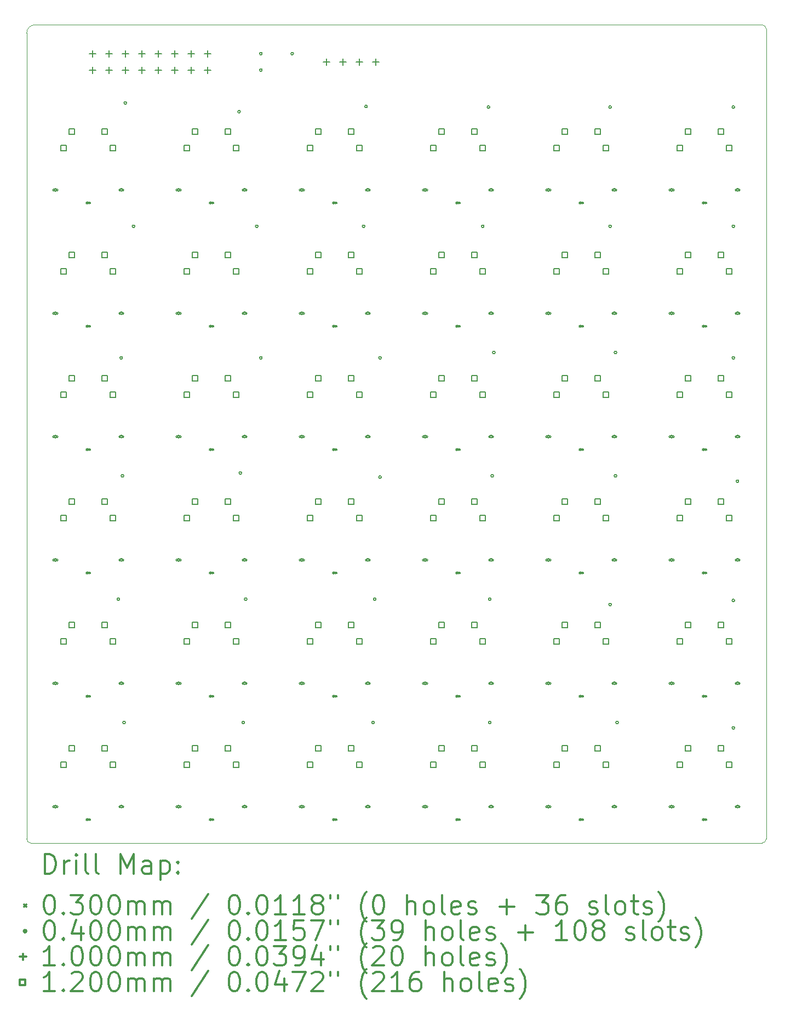
<source format=gbr>
%FSLAX45Y45*%
G04 Gerber Fmt 4.5, Leading zero omitted, Abs format (unit mm)*
G04 Created by KiCad (PCBNEW (5.1.12-1-10_14)) date 2021-11-18 22:14:29*
%MOMM*%
%LPD*%
G01*
G04 APERTURE LIST*
%TA.AperFunction,Profile*%
%ADD10C,0.120000*%
%TD*%
%ADD11C,0.200000*%
%ADD12C,0.300000*%
G04 APERTURE END LIST*
D10*
X16129000Y-3556000D02*
G75*
G02*
X16192500Y-3619500I0J-63500D01*
G01*
X16192500Y-16129000D02*
G75*
G02*
X16129000Y-16192500I-63500J0D01*
G01*
X4826000Y-16192500D02*
X16129000Y-16192500D01*
X4826000Y-16192500D02*
G75*
G02*
X4762500Y-16129000I0J63500D01*
G01*
X16192500Y-3619500D02*
X16192500Y-16129000D01*
X4762500Y-3683000D02*
G75*
G02*
X4889500Y-3556000I127000J0D01*
G01*
X16129000Y-3556000D02*
X4889500Y-3556000D01*
X4762500Y-3683000D02*
X4762500Y-16129000D01*
D11*
X5700000Y-6290000D02*
X5730000Y-6320000D01*
X5730000Y-6290000D02*
X5700000Y-6320000D01*
X5680000Y-6310000D02*
X5750000Y-6310000D01*
X5680000Y-6300000D02*
X5750000Y-6300000D01*
X5750000Y-6310000D02*
G75*
G03*
X5750000Y-6300000I0J5000D01*
G01*
X5680000Y-6300000D02*
G75*
G03*
X5680000Y-6310000I0J-5000D01*
G01*
X5700000Y-8195000D02*
X5730000Y-8225000D01*
X5730000Y-8195000D02*
X5700000Y-8225000D01*
X5680000Y-8215000D02*
X5750000Y-8215000D01*
X5680000Y-8205000D02*
X5750000Y-8205000D01*
X5750000Y-8215000D02*
G75*
G03*
X5750000Y-8205000I0J5000D01*
G01*
X5680000Y-8205000D02*
G75*
G03*
X5680000Y-8215000I0J-5000D01*
G01*
X5700000Y-10100000D02*
X5730000Y-10130000D01*
X5730000Y-10100000D02*
X5700000Y-10130000D01*
X5680000Y-10120000D02*
X5750000Y-10120000D01*
X5680000Y-10110000D02*
X5750000Y-10110000D01*
X5750000Y-10120000D02*
G75*
G03*
X5750000Y-10110000I0J5000D01*
G01*
X5680000Y-10110000D02*
G75*
G03*
X5680000Y-10120000I0J-5000D01*
G01*
X5700000Y-12005000D02*
X5730000Y-12035000D01*
X5730000Y-12005000D02*
X5700000Y-12035000D01*
X5680000Y-12025000D02*
X5750000Y-12025000D01*
X5680000Y-12015000D02*
X5750000Y-12015000D01*
X5750000Y-12025000D02*
G75*
G03*
X5750000Y-12015000I0J5000D01*
G01*
X5680000Y-12015000D02*
G75*
G03*
X5680000Y-12025000I0J-5000D01*
G01*
X5700000Y-13910000D02*
X5730000Y-13940000D01*
X5730000Y-13910000D02*
X5700000Y-13940000D01*
X5680000Y-13930000D02*
X5750000Y-13930000D01*
X5680000Y-13920000D02*
X5750000Y-13920000D01*
X5750000Y-13930000D02*
G75*
G03*
X5750000Y-13920000I0J5000D01*
G01*
X5680000Y-13920000D02*
G75*
G03*
X5680000Y-13930000I0J-5000D01*
G01*
X5700000Y-15815000D02*
X5730000Y-15845000D01*
X5730000Y-15815000D02*
X5700000Y-15845000D01*
X5680000Y-15835000D02*
X5750000Y-15835000D01*
X5680000Y-15825000D02*
X5750000Y-15825000D01*
X5750000Y-15835000D02*
G75*
G03*
X5750000Y-15825000I0J5000D01*
G01*
X5680000Y-15825000D02*
G75*
G03*
X5680000Y-15835000I0J-5000D01*
G01*
X7605000Y-6290000D02*
X7635000Y-6320000D01*
X7635000Y-6290000D02*
X7605000Y-6320000D01*
X7585000Y-6310000D02*
X7655000Y-6310000D01*
X7585000Y-6300000D02*
X7655000Y-6300000D01*
X7655000Y-6310000D02*
G75*
G03*
X7655000Y-6300000I0J5000D01*
G01*
X7585000Y-6300000D02*
G75*
G03*
X7585000Y-6310000I0J-5000D01*
G01*
X7605000Y-8195000D02*
X7635000Y-8225000D01*
X7635000Y-8195000D02*
X7605000Y-8225000D01*
X7585000Y-8215000D02*
X7655000Y-8215000D01*
X7585000Y-8205000D02*
X7655000Y-8205000D01*
X7655000Y-8215000D02*
G75*
G03*
X7655000Y-8205000I0J5000D01*
G01*
X7585000Y-8205000D02*
G75*
G03*
X7585000Y-8215000I0J-5000D01*
G01*
X7605000Y-10100000D02*
X7635000Y-10130000D01*
X7635000Y-10100000D02*
X7605000Y-10130000D01*
X7585000Y-10120000D02*
X7655000Y-10120000D01*
X7585000Y-10110000D02*
X7655000Y-10110000D01*
X7655000Y-10120000D02*
G75*
G03*
X7655000Y-10110000I0J5000D01*
G01*
X7585000Y-10110000D02*
G75*
G03*
X7585000Y-10120000I0J-5000D01*
G01*
X7605000Y-12005000D02*
X7635000Y-12035000D01*
X7635000Y-12005000D02*
X7605000Y-12035000D01*
X7585000Y-12025000D02*
X7655000Y-12025000D01*
X7585000Y-12015000D02*
X7655000Y-12015000D01*
X7655000Y-12025000D02*
G75*
G03*
X7655000Y-12015000I0J5000D01*
G01*
X7585000Y-12015000D02*
G75*
G03*
X7585000Y-12025000I0J-5000D01*
G01*
X7605000Y-13910000D02*
X7635000Y-13940000D01*
X7635000Y-13910000D02*
X7605000Y-13940000D01*
X7585000Y-13930000D02*
X7655000Y-13930000D01*
X7585000Y-13920000D02*
X7655000Y-13920000D01*
X7655000Y-13930000D02*
G75*
G03*
X7655000Y-13920000I0J5000D01*
G01*
X7585000Y-13920000D02*
G75*
G03*
X7585000Y-13930000I0J-5000D01*
G01*
X7605000Y-15815000D02*
X7635000Y-15845000D01*
X7635000Y-15815000D02*
X7605000Y-15845000D01*
X7585000Y-15835000D02*
X7655000Y-15835000D01*
X7585000Y-15825000D02*
X7655000Y-15825000D01*
X7655000Y-15835000D02*
G75*
G03*
X7655000Y-15825000I0J5000D01*
G01*
X7585000Y-15825000D02*
G75*
G03*
X7585000Y-15835000I0J-5000D01*
G01*
X9510000Y-6290000D02*
X9540000Y-6320000D01*
X9540000Y-6290000D02*
X9510000Y-6320000D01*
X9490000Y-6310000D02*
X9560000Y-6310000D01*
X9490000Y-6300000D02*
X9560000Y-6300000D01*
X9560000Y-6310000D02*
G75*
G03*
X9560000Y-6300000I0J5000D01*
G01*
X9490000Y-6300000D02*
G75*
G03*
X9490000Y-6310000I0J-5000D01*
G01*
X9510000Y-8195000D02*
X9540000Y-8225000D01*
X9540000Y-8195000D02*
X9510000Y-8225000D01*
X9490000Y-8215000D02*
X9560000Y-8215000D01*
X9490000Y-8205000D02*
X9560000Y-8205000D01*
X9560000Y-8215000D02*
G75*
G03*
X9560000Y-8205000I0J5000D01*
G01*
X9490000Y-8205000D02*
G75*
G03*
X9490000Y-8215000I0J-5000D01*
G01*
X9510000Y-10100000D02*
X9540000Y-10130000D01*
X9540000Y-10100000D02*
X9510000Y-10130000D01*
X9490000Y-10120000D02*
X9560000Y-10120000D01*
X9490000Y-10110000D02*
X9560000Y-10110000D01*
X9560000Y-10120000D02*
G75*
G03*
X9560000Y-10110000I0J5000D01*
G01*
X9490000Y-10110000D02*
G75*
G03*
X9490000Y-10120000I0J-5000D01*
G01*
X9510000Y-12005000D02*
X9540000Y-12035000D01*
X9540000Y-12005000D02*
X9510000Y-12035000D01*
X9490000Y-12025000D02*
X9560000Y-12025000D01*
X9490000Y-12015000D02*
X9560000Y-12015000D01*
X9560000Y-12025000D02*
G75*
G03*
X9560000Y-12015000I0J5000D01*
G01*
X9490000Y-12015000D02*
G75*
G03*
X9490000Y-12025000I0J-5000D01*
G01*
X9510000Y-13910000D02*
X9540000Y-13940000D01*
X9540000Y-13910000D02*
X9510000Y-13940000D01*
X9490000Y-13930000D02*
X9560000Y-13930000D01*
X9490000Y-13920000D02*
X9560000Y-13920000D01*
X9560000Y-13930000D02*
G75*
G03*
X9560000Y-13920000I0J5000D01*
G01*
X9490000Y-13920000D02*
G75*
G03*
X9490000Y-13930000I0J-5000D01*
G01*
X9510000Y-15815000D02*
X9540000Y-15845000D01*
X9540000Y-15815000D02*
X9510000Y-15845000D01*
X9490000Y-15835000D02*
X9560000Y-15835000D01*
X9490000Y-15825000D02*
X9560000Y-15825000D01*
X9560000Y-15835000D02*
G75*
G03*
X9560000Y-15825000I0J5000D01*
G01*
X9490000Y-15825000D02*
G75*
G03*
X9490000Y-15835000I0J-5000D01*
G01*
X11415000Y-6290000D02*
X11445000Y-6320000D01*
X11445000Y-6290000D02*
X11415000Y-6320000D01*
X11395000Y-6310000D02*
X11465000Y-6310000D01*
X11395000Y-6300000D02*
X11465000Y-6300000D01*
X11465000Y-6310000D02*
G75*
G03*
X11465000Y-6300000I0J5000D01*
G01*
X11395000Y-6300000D02*
G75*
G03*
X11395000Y-6310000I0J-5000D01*
G01*
X11415000Y-8195000D02*
X11445000Y-8225000D01*
X11445000Y-8195000D02*
X11415000Y-8225000D01*
X11395000Y-8215000D02*
X11465000Y-8215000D01*
X11395000Y-8205000D02*
X11465000Y-8205000D01*
X11465000Y-8215000D02*
G75*
G03*
X11465000Y-8205000I0J5000D01*
G01*
X11395000Y-8205000D02*
G75*
G03*
X11395000Y-8215000I0J-5000D01*
G01*
X11415000Y-10100000D02*
X11445000Y-10130000D01*
X11445000Y-10100000D02*
X11415000Y-10130000D01*
X11395000Y-10120000D02*
X11465000Y-10120000D01*
X11395000Y-10110000D02*
X11465000Y-10110000D01*
X11465000Y-10120000D02*
G75*
G03*
X11465000Y-10110000I0J5000D01*
G01*
X11395000Y-10110000D02*
G75*
G03*
X11395000Y-10120000I0J-5000D01*
G01*
X11415000Y-12005000D02*
X11445000Y-12035000D01*
X11445000Y-12005000D02*
X11415000Y-12035000D01*
X11395000Y-12025000D02*
X11465000Y-12025000D01*
X11395000Y-12015000D02*
X11465000Y-12015000D01*
X11465000Y-12025000D02*
G75*
G03*
X11465000Y-12015000I0J5000D01*
G01*
X11395000Y-12015000D02*
G75*
G03*
X11395000Y-12025000I0J-5000D01*
G01*
X11415000Y-13910000D02*
X11445000Y-13940000D01*
X11445000Y-13910000D02*
X11415000Y-13940000D01*
X11395000Y-13930000D02*
X11465000Y-13930000D01*
X11395000Y-13920000D02*
X11465000Y-13920000D01*
X11465000Y-13930000D02*
G75*
G03*
X11465000Y-13920000I0J5000D01*
G01*
X11395000Y-13920000D02*
G75*
G03*
X11395000Y-13930000I0J-5000D01*
G01*
X11415000Y-15815000D02*
X11445000Y-15845000D01*
X11445000Y-15815000D02*
X11415000Y-15845000D01*
X11395000Y-15835000D02*
X11465000Y-15835000D01*
X11395000Y-15825000D02*
X11465000Y-15825000D01*
X11465000Y-15835000D02*
G75*
G03*
X11465000Y-15825000I0J5000D01*
G01*
X11395000Y-15825000D02*
G75*
G03*
X11395000Y-15835000I0J-5000D01*
G01*
X13320000Y-6290000D02*
X13350000Y-6320000D01*
X13350000Y-6290000D02*
X13320000Y-6320000D01*
X13300000Y-6310000D02*
X13370000Y-6310000D01*
X13300000Y-6300000D02*
X13370000Y-6300000D01*
X13370000Y-6310000D02*
G75*
G03*
X13370000Y-6300000I0J5000D01*
G01*
X13300000Y-6300000D02*
G75*
G03*
X13300000Y-6310000I0J-5000D01*
G01*
X13320000Y-8195000D02*
X13350000Y-8225000D01*
X13350000Y-8195000D02*
X13320000Y-8225000D01*
X13300000Y-8215000D02*
X13370000Y-8215000D01*
X13300000Y-8205000D02*
X13370000Y-8205000D01*
X13370000Y-8215000D02*
G75*
G03*
X13370000Y-8205000I0J5000D01*
G01*
X13300000Y-8205000D02*
G75*
G03*
X13300000Y-8215000I0J-5000D01*
G01*
X13320000Y-10100000D02*
X13350000Y-10130000D01*
X13350000Y-10100000D02*
X13320000Y-10130000D01*
X13300000Y-10120000D02*
X13370000Y-10120000D01*
X13300000Y-10110000D02*
X13370000Y-10110000D01*
X13370000Y-10120000D02*
G75*
G03*
X13370000Y-10110000I0J5000D01*
G01*
X13300000Y-10110000D02*
G75*
G03*
X13300000Y-10120000I0J-5000D01*
G01*
X13320000Y-12005000D02*
X13350000Y-12035000D01*
X13350000Y-12005000D02*
X13320000Y-12035000D01*
X13300000Y-12025000D02*
X13370000Y-12025000D01*
X13300000Y-12015000D02*
X13370000Y-12015000D01*
X13370000Y-12025000D02*
G75*
G03*
X13370000Y-12015000I0J5000D01*
G01*
X13300000Y-12015000D02*
G75*
G03*
X13300000Y-12025000I0J-5000D01*
G01*
X13320000Y-13910000D02*
X13350000Y-13940000D01*
X13350000Y-13910000D02*
X13320000Y-13940000D01*
X13300000Y-13930000D02*
X13370000Y-13930000D01*
X13300000Y-13920000D02*
X13370000Y-13920000D01*
X13370000Y-13930000D02*
G75*
G03*
X13370000Y-13920000I0J5000D01*
G01*
X13300000Y-13920000D02*
G75*
G03*
X13300000Y-13930000I0J-5000D01*
G01*
X13320000Y-15815000D02*
X13350000Y-15845000D01*
X13350000Y-15815000D02*
X13320000Y-15845000D01*
X13300000Y-15835000D02*
X13370000Y-15835000D01*
X13300000Y-15825000D02*
X13370000Y-15825000D01*
X13370000Y-15835000D02*
G75*
G03*
X13370000Y-15825000I0J5000D01*
G01*
X13300000Y-15825000D02*
G75*
G03*
X13300000Y-15835000I0J-5000D01*
G01*
X15225000Y-6290000D02*
X15255000Y-6320000D01*
X15255000Y-6290000D02*
X15225000Y-6320000D01*
X15205000Y-6310000D02*
X15275000Y-6310000D01*
X15205000Y-6300000D02*
X15275000Y-6300000D01*
X15275000Y-6310000D02*
G75*
G03*
X15275000Y-6300000I0J5000D01*
G01*
X15205000Y-6300000D02*
G75*
G03*
X15205000Y-6310000I0J-5000D01*
G01*
X15225000Y-8195000D02*
X15255000Y-8225000D01*
X15255000Y-8195000D02*
X15225000Y-8225000D01*
X15205000Y-8215000D02*
X15275000Y-8215000D01*
X15205000Y-8205000D02*
X15275000Y-8205000D01*
X15275000Y-8215000D02*
G75*
G03*
X15275000Y-8205000I0J5000D01*
G01*
X15205000Y-8205000D02*
G75*
G03*
X15205000Y-8215000I0J-5000D01*
G01*
X15225000Y-10100000D02*
X15255000Y-10130000D01*
X15255000Y-10100000D02*
X15225000Y-10130000D01*
X15205000Y-10120000D02*
X15275000Y-10120000D01*
X15205000Y-10110000D02*
X15275000Y-10110000D01*
X15275000Y-10120000D02*
G75*
G03*
X15275000Y-10110000I0J5000D01*
G01*
X15205000Y-10110000D02*
G75*
G03*
X15205000Y-10120000I0J-5000D01*
G01*
X15225000Y-12005000D02*
X15255000Y-12035000D01*
X15255000Y-12005000D02*
X15225000Y-12035000D01*
X15205000Y-12025000D02*
X15275000Y-12025000D01*
X15205000Y-12015000D02*
X15275000Y-12015000D01*
X15275000Y-12025000D02*
G75*
G03*
X15275000Y-12015000I0J5000D01*
G01*
X15205000Y-12015000D02*
G75*
G03*
X15205000Y-12025000I0J-5000D01*
G01*
X15225000Y-13910000D02*
X15255000Y-13940000D01*
X15255000Y-13910000D02*
X15225000Y-13940000D01*
X15205000Y-13930000D02*
X15275000Y-13930000D01*
X15205000Y-13920000D02*
X15275000Y-13920000D01*
X15275000Y-13930000D02*
G75*
G03*
X15275000Y-13920000I0J5000D01*
G01*
X15205000Y-13920000D02*
G75*
G03*
X15205000Y-13930000I0J-5000D01*
G01*
X15225000Y-15815000D02*
X15255000Y-15845000D01*
X15255000Y-15815000D02*
X15225000Y-15845000D01*
X15205000Y-15835000D02*
X15275000Y-15835000D01*
X15205000Y-15825000D02*
X15275000Y-15825000D01*
X15275000Y-15835000D02*
G75*
G03*
X15275000Y-15825000I0J5000D01*
G01*
X15205000Y-15825000D02*
G75*
G03*
X15205000Y-15835000I0J-5000D01*
G01*
X5225000Y-6105000D02*
G75*
G03*
X5225000Y-6105000I-20000J0D01*
G01*
X5175000Y-6115000D02*
X5235000Y-6115000D01*
X5175000Y-6095000D02*
X5235000Y-6095000D01*
X5235000Y-6115000D02*
G75*
G03*
X5235000Y-6095000I0J10000D01*
G01*
X5175000Y-6095000D02*
G75*
G03*
X5175000Y-6115000I0J-10000D01*
G01*
X5225000Y-6105000D02*
G75*
G03*
X5225000Y-6105000I-20000J0D01*
G01*
X5175000Y-6115000D02*
X5235000Y-6115000D01*
X5175000Y-6095000D02*
X5235000Y-6095000D01*
X5235000Y-6115000D02*
G75*
G03*
X5235000Y-6095000I0J10000D01*
G01*
X5175000Y-6095000D02*
G75*
G03*
X5175000Y-6115000I0J-10000D01*
G01*
X5225000Y-8010000D02*
G75*
G03*
X5225000Y-8010000I-20000J0D01*
G01*
X5175000Y-8020000D02*
X5235000Y-8020000D01*
X5175000Y-8000000D02*
X5235000Y-8000000D01*
X5235000Y-8020000D02*
G75*
G03*
X5235000Y-8000000I0J10000D01*
G01*
X5175000Y-8000000D02*
G75*
G03*
X5175000Y-8020000I0J-10000D01*
G01*
X5225000Y-8010000D02*
G75*
G03*
X5225000Y-8010000I-20000J0D01*
G01*
X5175000Y-8020000D02*
X5235000Y-8020000D01*
X5175000Y-8000000D02*
X5235000Y-8000000D01*
X5235000Y-8020000D02*
G75*
G03*
X5235000Y-8000000I0J10000D01*
G01*
X5175000Y-8000000D02*
G75*
G03*
X5175000Y-8020000I0J-10000D01*
G01*
X5225000Y-9915000D02*
G75*
G03*
X5225000Y-9915000I-20000J0D01*
G01*
X5175000Y-9925000D02*
X5235000Y-9925000D01*
X5175000Y-9905000D02*
X5235000Y-9905000D01*
X5235000Y-9925000D02*
G75*
G03*
X5235000Y-9905000I0J10000D01*
G01*
X5175000Y-9905000D02*
G75*
G03*
X5175000Y-9925000I0J-10000D01*
G01*
X5225000Y-9915000D02*
G75*
G03*
X5225000Y-9915000I-20000J0D01*
G01*
X5175000Y-9925000D02*
X5235000Y-9925000D01*
X5175000Y-9905000D02*
X5235000Y-9905000D01*
X5235000Y-9925000D02*
G75*
G03*
X5235000Y-9905000I0J10000D01*
G01*
X5175000Y-9905000D02*
G75*
G03*
X5175000Y-9925000I0J-10000D01*
G01*
X5225000Y-11820000D02*
G75*
G03*
X5225000Y-11820000I-20000J0D01*
G01*
X5175000Y-11830000D02*
X5235000Y-11830000D01*
X5175000Y-11810000D02*
X5235000Y-11810000D01*
X5235000Y-11830000D02*
G75*
G03*
X5235000Y-11810000I0J10000D01*
G01*
X5175000Y-11810000D02*
G75*
G03*
X5175000Y-11830000I0J-10000D01*
G01*
X5225000Y-11820000D02*
G75*
G03*
X5225000Y-11820000I-20000J0D01*
G01*
X5175000Y-11830000D02*
X5235000Y-11830000D01*
X5175000Y-11810000D02*
X5235000Y-11810000D01*
X5235000Y-11830000D02*
G75*
G03*
X5235000Y-11810000I0J10000D01*
G01*
X5175000Y-11810000D02*
G75*
G03*
X5175000Y-11830000I0J-10000D01*
G01*
X5225000Y-13725000D02*
G75*
G03*
X5225000Y-13725000I-20000J0D01*
G01*
X5175000Y-13735000D02*
X5235000Y-13735000D01*
X5175000Y-13715000D02*
X5235000Y-13715000D01*
X5235000Y-13735000D02*
G75*
G03*
X5235000Y-13715000I0J10000D01*
G01*
X5175000Y-13715000D02*
G75*
G03*
X5175000Y-13735000I0J-10000D01*
G01*
X5225000Y-13725000D02*
G75*
G03*
X5225000Y-13725000I-20000J0D01*
G01*
X5175000Y-13735000D02*
X5235000Y-13735000D01*
X5175000Y-13715000D02*
X5235000Y-13715000D01*
X5235000Y-13735000D02*
G75*
G03*
X5235000Y-13715000I0J10000D01*
G01*
X5175000Y-13715000D02*
G75*
G03*
X5175000Y-13735000I0J-10000D01*
G01*
X5225000Y-15630000D02*
G75*
G03*
X5225000Y-15630000I-20000J0D01*
G01*
X5175000Y-15640000D02*
X5235000Y-15640000D01*
X5175000Y-15620000D02*
X5235000Y-15620000D01*
X5235000Y-15640000D02*
G75*
G03*
X5235000Y-15620000I0J10000D01*
G01*
X5175000Y-15620000D02*
G75*
G03*
X5175000Y-15640000I0J-10000D01*
G01*
X5225000Y-15630000D02*
G75*
G03*
X5225000Y-15630000I-20000J0D01*
G01*
X5175000Y-15640000D02*
X5235000Y-15640000D01*
X5175000Y-15620000D02*
X5235000Y-15620000D01*
X5235000Y-15640000D02*
G75*
G03*
X5235000Y-15620000I0J10000D01*
G01*
X5175000Y-15620000D02*
G75*
G03*
X5175000Y-15640000I0J-10000D01*
G01*
X6198500Y-12427000D02*
G75*
G03*
X6198500Y-12427000I-20000J0D01*
G01*
X6243002Y-8699500D02*
G75*
G03*
X6243002Y-8699500I-20000J0D01*
G01*
X6245000Y-6105000D02*
G75*
G03*
X6245000Y-6105000I-20000J0D01*
G01*
X6195000Y-6115000D02*
X6255000Y-6115000D01*
X6195000Y-6095000D02*
X6255000Y-6095000D01*
X6255000Y-6115000D02*
G75*
G03*
X6255000Y-6095000I0J10000D01*
G01*
X6195000Y-6095000D02*
G75*
G03*
X6195000Y-6115000I0J-10000D01*
G01*
X6245000Y-8010000D02*
G75*
G03*
X6245000Y-8010000I-20000J0D01*
G01*
X6195000Y-8020000D02*
X6255000Y-8020000D01*
X6195000Y-8000000D02*
X6255000Y-8000000D01*
X6255000Y-8020000D02*
G75*
G03*
X6255000Y-8000000I0J10000D01*
G01*
X6195000Y-8000000D02*
G75*
G03*
X6195000Y-8020000I0J-10000D01*
G01*
X6245000Y-9915000D02*
G75*
G03*
X6245000Y-9915000I-20000J0D01*
G01*
X6195000Y-9925000D02*
X6255000Y-9925000D01*
X6195000Y-9905000D02*
X6255000Y-9905000D01*
X6255000Y-9925000D02*
G75*
G03*
X6255000Y-9905000I0J10000D01*
G01*
X6195000Y-9905000D02*
G75*
G03*
X6195000Y-9925000I0J-10000D01*
G01*
X6245000Y-11820000D02*
G75*
G03*
X6245000Y-11820000I-20000J0D01*
G01*
X6195000Y-11830000D02*
X6255000Y-11830000D01*
X6195000Y-11810000D02*
X6255000Y-11810000D01*
X6255000Y-11830000D02*
G75*
G03*
X6255000Y-11810000I0J10000D01*
G01*
X6195000Y-11810000D02*
G75*
G03*
X6195000Y-11830000I0J-10000D01*
G01*
X6245000Y-13725000D02*
G75*
G03*
X6245000Y-13725000I-20000J0D01*
G01*
X6195000Y-13735000D02*
X6255000Y-13735000D01*
X6195000Y-13715000D02*
X6255000Y-13715000D01*
X6255000Y-13735000D02*
G75*
G03*
X6255000Y-13715000I0J10000D01*
G01*
X6195000Y-13715000D02*
G75*
G03*
X6195000Y-13735000I0J-10000D01*
G01*
X6245000Y-15630000D02*
G75*
G03*
X6245000Y-15630000I-20000J0D01*
G01*
X6195000Y-15640000D02*
X6255000Y-15640000D01*
X6195000Y-15620000D02*
X6255000Y-15620000D01*
X6255000Y-15640000D02*
G75*
G03*
X6255000Y-15620000I0J10000D01*
G01*
X6195000Y-15620000D02*
G75*
G03*
X6195000Y-15640000I0J-10000D01*
G01*
X6262000Y-10522000D02*
G75*
G03*
X6262000Y-10522000I-20000J0D01*
G01*
X6287500Y-14332000D02*
G75*
G03*
X6287500Y-14332000I-20000J0D01*
G01*
X6306500Y-4762500D02*
G75*
G03*
X6306500Y-4762500I-20000J0D01*
G01*
X6433500Y-6667500D02*
G75*
G03*
X6433500Y-6667500I-20000J0D01*
G01*
X7130000Y-6105000D02*
G75*
G03*
X7130000Y-6105000I-20000J0D01*
G01*
X7080000Y-6115000D02*
X7140000Y-6115000D01*
X7080000Y-6095000D02*
X7140000Y-6095000D01*
X7140000Y-6115000D02*
G75*
G03*
X7140000Y-6095000I0J10000D01*
G01*
X7080000Y-6095000D02*
G75*
G03*
X7080000Y-6115000I0J-10000D01*
G01*
X7130000Y-6105000D02*
G75*
G03*
X7130000Y-6105000I-20000J0D01*
G01*
X7080000Y-6115000D02*
X7140000Y-6115000D01*
X7080000Y-6095000D02*
X7140000Y-6095000D01*
X7140000Y-6115000D02*
G75*
G03*
X7140000Y-6095000I0J10000D01*
G01*
X7080000Y-6095000D02*
G75*
G03*
X7080000Y-6115000I0J-10000D01*
G01*
X7130000Y-8010000D02*
G75*
G03*
X7130000Y-8010000I-20000J0D01*
G01*
X7080000Y-8020000D02*
X7140000Y-8020000D01*
X7080000Y-8000000D02*
X7140000Y-8000000D01*
X7140000Y-8020000D02*
G75*
G03*
X7140000Y-8000000I0J10000D01*
G01*
X7080000Y-8000000D02*
G75*
G03*
X7080000Y-8020000I0J-10000D01*
G01*
X7130000Y-8010000D02*
G75*
G03*
X7130000Y-8010000I-20000J0D01*
G01*
X7080000Y-8020000D02*
X7140000Y-8020000D01*
X7080000Y-8000000D02*
X7140000Y-8000000D01*
X7140000Y-8020000D02*
G75*
G03*
X7140000Y-8000000I0J10000D01*
G01*
X7080000Y-8000000D02*
G75*
G03*
X7080000Y-8020000I0J-10000D01*
G01*
X7130000Y-9915000D02*
G75*
G03*
X7130000Y-9915000I-20000J0D01*
G01*
X7080000Y-9925000D02*
X7140000Y-9925000D01*
X7080000Y-9905000D02*
X7140000Y-9905000D01*
X7140000Y-9925000D02*
G75*
G03*
X7140000Y-9905000I0J10000D01*
G01*
X7080000Y-9905000D02*
G75*
G03*
X7080000Y-9925000I0J-10000D01*
G01*
X7130000Y-9915000D02*
G75*
G03*
X7130000Y-9915000I-20000J0D01*
G01*
X7080000Y-9925000D02*
X7140000Y-9925000D01*
X7080000Y-9905000D02*
X7140000Y-9905000D01*
X7140000Y-9925000D02*
G75*
G03*
X7140000Y-9905000I0J10000D01*
G01*
X7080000Y-9905000D02*
G75*
G03*
X7080000Y-9925000I0J-10000D01*
G01*
X7130000Y-11820000D02*
G75*
G03*
X7130000Y-11820000I-20000J0D01*
G01*
X7080000Y-11830000D02*
X7140000Y-11830000D01*
X7080000Y-11810000D02*
X7140000Y-11810000D01*
X7140000Y-11830000D02*
G75*
G03*
X7140000Y-11810000I0J10000D01*
G01*
X7080000Y-11810000D02*
G75*
G03*
X7080000Y-11830000I0J-10000D01*
G01*
X7130000Y-11820000D02*
G75*
G03*
X7130000Y-11820000I-20000J0D01*
G01*
X7080000Y-11830000D02*
X7140000Y-11830000D01*
X7080000Y-11810000D02*
X7140000Y-11810000D01*
X7140000Y-11830000D02*
G75*
G03*
X7140000Y-11810000I0J10000D01*
G01*
X7080000Y-11810000D02*
G75*
G03*
X7080000Y-11830000I0J-10000D01*
G01*
X7130000Y-13725000D02*
G75*
G03*
X7130000Y-13725000I-20000J0D01*
G01*
X7080000Y-13735000D02*
X7140000Y-13735000D01*
X7080000Y-13715000D02*
X7140000Y-13715000D01*
X7140000Y-13735000D02*
G75*
G03*
X7140000Y-13715000I0J10000D01*
G01*
X7080000Y-13715000D02*
G75*
G03*
X7080000Y-13735000I0J-10000D01*
G01*
X7130000Y-13725000D02*
G75*
G03*
X7130000Y-13725000I-20000J0D01*
G01*
X7080000Y-13735000D02*
X7140000Y-13735000D01*
X7080000Y-13715000D02*
X7140000Y-13715000D01*
X7140000Y-13735000D02*
G75*
G03*
X7140000Y-13715000I0J10000D01*
G01*
X7080000Y-13715000D02*
G75*
G03*
X7080000Y-13735000I0J-10000D01*
G01*
X7130000Y-15630000D02*
G75*
G03*
X7130000Y-15630000I-20000J0D01*
G01*
X7080000Y-15640000D02*
X7140000Y-15640000D01*
X7080000Y-15620000D02*
X7140000Y-15620000D01*
X7140000Y-15640000D02*
G75*
G03*
X7140000Y-15620000I0J10000D01*
G01*
X7080000Y-15620000D02*
G75*
G03*
X7080000Y-15640000I0J-10000D01*
G01*
X7130000Y-15630000D02*
G75*
G03*
X7130000Y-15630000I-20000J0D01*
G01*
X7080000Y-15640000D02*
X7140000Y-15640000D01*
X7080000Y-15620000D02*
X7140000Y-15620000D01*
X7140000Y-15640000D02*
G75*
G03*
X7140000Y-15620000I0J10000D01*
G01*
X7080000Y-15620000D02*
G75*
G03*
X7080000Y-15640000I0J-10000D01*
G01*
X8065500Y-4896009D02*
G75*
G03*
X8065500Y-4896009I-20000J0D01*
G01*
X8084500Y-10477500D02*
G75*
G03*
X8084500Y-10477500I-20000J0D01*
G01*
X8129000Y-14332000D02*
G75*
G03*
X8129000Y-14332000I-20000J0D01*
G01*
X8150000Y-6105000D02*
G75*
G03*
X8150000Y-6105000I-20000J0D01*
G01*
X8100000Y-6115000D02*
X8160000Y-6115000D01*
X8100000Y-6095000D02*
X8160000Y-6095000D01*
X8160000Y-6115000D02*
G75*
G03*
X8160000Y-6095000I0J10000D01*
G01*
X8100000Y-6095000D02*
G75*
G03*
X8100000Y-6115000I0J-10000D01*
G01*
X8150000Y-8010000D02*
G75*
G03*
X8150000Y-8010000I-20000J0D01*
G01*
X8100000Y-8020000D02*
X8160000Y-8020000D01*
X8100000Y-8000000D02*
X8160000Y-8000000D01*
X8160000Y-8020000D02*
G75*
G03*
X8160000Y-8000000I0J10000D01*
G01*
X8100000Y-8000000D02*
G75*
G03*
X8100000Y-8020000I0J-10000D01*
G01*
X8150000Y-9915000D02*
G75*
G03*
X8150000Y-9915000I-20000J0D01*
G01*
X8100000Y-9925000D02*
X8160000Y-9925000D01*
X8100000Y-9905000D02*
X8160000Y-9905000D01*
X8160000Y-9925000D02*
G75*
G03*
X8160000Y-9905000I0J10000D01*
G01*
X8100000Y-9905000D02*
G75*
G03*
X8100000Y-9925000I0J-10000D01*
G01*
X8150000Y-11820000D02*
G75*
G03*
X8150000Y-11820000I-20000J0D01*
G01*
X8100000Y-11830000D02*
X8160000Y-11830000D01*
X8100000Y-11810000D02*
X8160000Y-11810000D01*
X8160000Y-11830000D02*
G75*
G03*
X8160000Y-11810000I0J10000D01*
G01*
X8100000Y-11810000D02*
G75*
G03*
X8100000Y-11830000I0J-10000D01*
G01*
X8150000Y-13725000D02*
G75*
G03*
X8150000Y-13725000I-20000J0D01*
G01*
X8100000Y-13735000D02*
X8160000Y-13735000D01*
X8100000Y-13715000D02*
X8160000Y-13715000D01*
X8160000Y-13735000D02*
G75*
G03*
X8160000Y-13715000I0J10000D01*
G01*
X8100000Y-13715000D02*
G75*
G03*
X8100000Y-13735000I0J-10000D01*
G01*
X8150000Y-15630000D02*
G75*
G03*
X8150000Y-15630000I-20000J0D01*
G01*
X8100000Y-15640000D02*
X8160000Y-15640000D01*
X8100000Y-15620000D02*
X8160000Y-15620000D01*
X8160000Y-15640000D02*
G75*
G03*
X8160000Y-15620000I0J10000D01*
G01*
X8100000Y-15620000D02*
G75*
G03*
X8100000Y-15640000I0J-10000D01*
G01*
X8167000Y-12427000D02*
G75*
G03*
X8167000Y-12427000I-20000J0D01*
G01*
X8338500Y-6667500D02*
G75*
G03*
X8338500Y-6667500I-20000J0D01*
G01*
X8402000Y-4000500D02*
G75*
G03*
X8402000Y-4000500I-20000J0D01*
G01*
X8402000Y-4254500D02*
G75*
G03*
X8402000Y-4254500I-20000J0D01*
G01*
X8402000Y-8699500D02*
G75*
G03*
X8402000Y-8699500I-20000J0D01*
G01*
X8885500Y-4000500D02*
G75*
G03*
X8885500Y-4000500I-20000J0D01*
G01*
X9035000Y-6105000D02*
G75*
G03*
X9035000Y-6105000I-20000J0D01*
G01*
X8985000Y-6115000D02*
X9045000Y-6115000D01*
X8985000Y-6095000D02*
X9045000Y-6095000D01*
X9045000Y-6115000D02*
G75*
G03*
X9045000Y-6095000I0J10000D01*
G01*
X8985000Y-6095000D02*
G75*
G03*
X8985000Y-6115000I0J-10000D01*
G01*
X9035000Y-6105000D02*
G75*
G03*
X9035000Y-6105000I-20000J0D01*
G01*
X8985000Y-6115000D02*
X9045000Y-6115000D01*
X8985000Y-6095000D02*
X9045000Y-6095000D01*
X9045000Y-6115000D02*
G75*
G03*
X9045000Y-6095000I0J10000D01*
G01*
X8985000Y-6095000D02*
G75*
G03*
X8985000Y-6115000I0J-10000D01*
G01*
X9035000Y-8010000D02*
G75*
G03*
X9035000Y-8010000I-20000J0D01*
G01*
X8985000Y-8020000D02*
X9045000Y-8020000D01*
X8985000Y-8000000D02*
X9045000Y-8000000D01*
X9045000Y-8020000D02*
G75*
G03*
X9045000Y-8000000I0J10000D01*
G01*
X8985000Y-8000000D02*
G75*
G03*
X8985000Y-8020000I0J-10000D01*
G01*
X9035000Y-8010000D02*
G75*
G03*
X9035000Y-8010000I-20000J0D01*
G01*
X8985000Y-8020000D02*
X9045000Y-8020000D01*
X8985000Y-8000000D02*
X9045000Y-8000000D01*
X9045000Y-8020000D02*
G75*
G03*
X9045000Y-8000000I0J10000D01*
G01*
X8985000Y-8000000D02*
G75*
G03*
X8985000Y-8020000I0J-10000D01*
G01*
X9035000Y-9915000D02*
G75*
G03*
X9035000Y-9915000I-20000J0D01*
G01*
X8985000Y-9925000D02*
X9045000Y-9925000D01*
X8985000Y-9905000D02*
X9045000Y-9905000D01*
X9045000Y-9925000D02*
G75*
G03*
X9045000Y-9905000I0J10000D01*
G01*
X8985000Y-9905000D02*
G75*
G03*
X8985000Y-9925000I0J-10000D01*
G01*
X9035000Y-9915000D02*
G75*
G03*
X9035000Y-9915000I-20000J0D01*
G01*
X8985000Y-9925000D02*
X9045000Y-9925000D01*
X8985000Y-9905000D02*
X9045000Y-9905000D01*
X9045000Y-9925000D02*
G75*
G03*
X9045000Y-9905000I0J10000D01*
G01*
X8985000Y-9905000D02*
G75*
G03*
X8985000Y-9925000I0J-10000D01*
G01*
X9035000Y-11820000D02*
G75*
G03*
X9035000Y-11820000I-20000J0D01*
G01*
X8985000Y-11830000D02*
X9045000Y-11830000D01*
X8985000Y-11810000D02*
X9045000Y-11810000D01*
X9045000Y-11830000D02*
G75*
G03*
X9045000Y-11810000I0J10000D01*
G01*
X8985000Y-11810000D02*
G75*
G03*
X8985000Y-11830000I0J-10000D01*
G01*
X9035000Y-11820000D02*
G75*
G03*
X9035000Y-11820000I-20000J0D01*
G01*
X8985000Y-11830000D02*
X9045000Y-11830000D01*
X8985000Y-11810000D02*
X9045000Y-11810000D01*
X9045000Y-11830000D02*
G75*
G03*
X9045000Y-11810000I0J10000D01*
G01*
X8985000Y-11810000D02*
G75*
G03*
X8985000Y-11830000I0J-10000D01*
G01*
X9035000Y-13725000D02*
G75*
G03*
X9035000Y-13725000I-20000J0D01*
G01*
X8985000Y-13735000D02*
X9045000Y-13735000D01*
X8985000Y-13715000D02*
X9045000Y-13715000D01*
X9045000Y-13735000D02*
G75*
G03*
X9045000Y-13715000I0J10000D01*
G01*
X8985000Y-13715000D02*
G75*
G03*
X8985000Y-13735000I0J-10000D01*
G01*
X9035000Y-13725000D02*
G75*
G03*
X9035000Y-13725000I-20000J0D01*
G01*
X8985000Y-13735000D02*
X9045000Y-13735000D01*
X8985000Y-13715000D02*
X9045000Y-13715000D01*
X9045000Y-13735000D02*
G75*
G03*
X9045000Y-13715000I0J10000D01*
G01*
X8985000Y-13715000D02*
G75*
G03*
X8985000Y-13735000I0J-10000D01*
G01*
X9035000Y-15630000D02*
G75*
G03*
X9035000Y-15630000I-20000J0D01*
G01*
X8985000Y-15640000D02*
X9045000Y-15640000D01*
X8985000Y-15620000D02*
X9045000Y-15620000D01*
X9045000Y-15640000D02*
G75*
G03*
X9045000Y-15620000I0J10000D01*
G01*
X8985000Y-15620000D02*
G75*
G03*
X8985000Y-15640000I0J-10000D01*
G01*
X9035000Y-15630000D02*
G75*
G03*
X9035000Y-15630000I-20000J0D01*
G01*
X8985000Y-15640000D02*
X9045000Y-15640000D01*
X8985000Y-15620000D02*
X9045000Y-15620000D01*
X9045000Y-15640000D02*
G75*
G03*
X9045000Y-15620000I0J10000D01*
G01*
X8985000Y-15620000D02*
G75*
G03*
X8985000Y-15640000I0J-10000D01*
G01*
X9989500Y-6667500D02*
G75*
G03*
X9989500Y-6667500I-20000J0D01*
G01*
X10027600Y-4816502D02*
G75*
G03*
X10027600Y-4816502I-20000J0D01*
G01*
X10055000Y-6105000D02*
G75*
G03*
X10055000Y-6105000I-20000J0D01*
G01*
X10005000Y-6115000D02*
X10065000Y-6115000D01*
X10005000Y-6095000D02*
X10065000Y-6095000D01*
X10065000Y-6115000D02*
G75*
G03*
X10065000Y-6095000I0J10000D01*
G01*
X10005000Y-6095000D02*
G75*
G03*
X10005000Y-6115000I0J-10000D01*
G01*
X10055000Y-8010000D02*
G75*
G03*
X10055000Y-8010000I-20000J0D01*
G01*
X10005000Y-8020000D02*
X10065000Y-8020000D01*
X10005000Y-8000000D02*
X10065000Y-8000000D01*
X10065000Y-8020000D02*
G75*
G03*
X10065000Y-8000000I0J10000D01*
G01*
X10005000Y-8000000D02*
G75*
G03*
X10005000Y-8020000I0J-10000D01*
G01*
X10055000Y-9915000D02*
G75*
G03*
X10055000Y-9915000I-20000J0D01*
G01*
X10005000Y-9925000D02*
X10065000Y-9925000D01*
X10005000Y-9905000D02*
X10065000Y-9905000D01*
X10065000Y-9925000D02*
G75*
G03*
X10065000Y-9905000I0J10000D01*
G01*
X10005000Y-9905000D02*
G75*
G03*
X10005000Y-9925000I0J-10000D01*
G01*
X10055000Y-11820000D02*
G75*
G03*
X10055000Y-11820000I-20000J0D01*
G01*
X10005000Y-11830000D02*
X10065000Y-11830000D01*
X10005000Y-11810000D02*
X10065000Y-11810000D01*
X10065000Y-11830000D02*
G75*
G03*
X10065000Y-11810000I0J10000D01*
G01*
X10005000Y-11810000D02*
G75*
G03*
X10005000Y-11830000I0J-10000D01*
G01*
X10055000Y-13725000D02*
G75*
G03*
X10055000Y-13725000I-20000J0D01*
G01*
X10005000Y-13735000D02*
X10065000Y-13735000D01*
X10005000Y-13715000D02*
X10065000Y-13715000D01*
X10065000Y-13735000D02*
G75*
G03*
X10065000Y-13715000I0J10000D01*
G01*
X10005000Y-13715000D02*
G75*
G03*
X10005000Y-13735000I0J-10000D01*
G01*
X10055000Y-15630000D02*
G75*
G03*
X10055000Y-15630000I-20000J0D01*
G01*
X10005000Y-15640000D02*
X10065000Y-15640000D01*
X10005000Y-15620000D02*
X10065000Y-15620000D01*
X10065000Y-15640000D02*
G75*
G03*
X10065000Y-15620000I0J10000D01*
G01*
X10005000Y-15620000D02*
G75*
G03*
X10005000Y-15640000I0J-10000D01*
G01*
X10135500Y-14332000D02*
G75*
G03*
X10135500Y-14332000I-20000J0D01*
G01*
X10161000Y-12427000D02*
G75*
G03*
X10161000Y-12427000I-20000J0D01*
G01*
X10243500Y-8699500D02*
G75*
G03*
X10243500Y-8699500I-20000J0D01*
G01*
X10243500Y-10540998D02*
G75*
G03*
X10243500Y-10540998I-20000J0D01*
G01*
X10940000Y-6105000D02*
G75*
G03*
X10940000Y-6105000I-20000J0D01*
G01*
X10890000Y-6115000D02*
X10950000Y-6115000D01*
X10890000Y-6095000D02*
X10950000Y-6095000D01*
X10950000Y-6115000D02*
G75*
G03*
X10950000Y-6095000I0J10000D01*
G01*
X10890000Y-6095000D02*
G75*
G03*
X10890000Y-6115000I0J-10000D01*
G01*
X10940000Y-6105000D02*
G75*
G03*
X10940000Y-6105000I-20000J0D01*
G01*
X10890000Y-6115000D02*
X10950000Y-6115000D01*
X10890000Y-6095000D02*
X10950000Y-6095000D01*
X10950000Y-6115000D02*
G75*
G03*
X10950000Y-6095000I0J10000D01*
G01*
X10890000Y-6095000D02*
G75*
G03*
X10890000Y-6115000I0J-10000D01*
G01*
X10940000Y-8010000D02*
G75*
G03*
X10940000Y-8010000I-20000J0D01*
G01*
X10890000Y-8020000D02*
X10950000Y-8020000D01*
X10890000Y-8000000D02*
X10950000Y-8000000D01*
X10950000Y-8020000D02*
G75*
G03*
X10950000Y-8000000I0J10000D01*
G01*
X10890000Y-8000000D02*
G75*
G03*
X10890000Y-8020000I0J-10000D01*
G01*
X10940000Y-8010000D02*
G75*
G03*
X10940000Y-8010000I-20000J0D01*
G01*
X10890000Y-8020000D02*
X10950000Y-8020000D01*
X10890000Y-8000000D02*
X10950000Y-8000000D01*
X10950000Y-8020000D02*
G75*
G03*
X10950000Y-8000000I0J10000D01*
G01*
X10890000Y-8000000D02*
G75*
G03*
X10890000Y-8020000I0J-10000D01*
G01*
X10940000Y-9915000D02*
G75*
G03*
X10940000Y-9915000I-20000J0D01*
G01*
X10890000Y-9925000D02*
X10950000Y-9925000D01*
X10890000Y-9905000D02*
X10950000Y-9905000D01*
X10950000Y-9925000D02*
G75*
G03*
X10950000Y-9905000I0J10000D01*
G01*
X10890000Y-9905000D02*
G75*
G03*
X10890000Y-9925000I0J-10000D01*
G01*
X10940000Y-9915000D02*
G75*
G03*
X10940000Y-9915000I-20000J0D01*
G01*
X10890000Y-9925000D02*
X10950000Y-9925000D01*
X10890000Y-9905000D02*
X10950000Y-9905000D01*
X10950000Y-9925000D02*
G75*
G03*
X10950000Y-9905000I0J10000D01*
G01*
X10890000Y-9905000D02*
G75*
G03*
X10890000Y-9925000I0J-10000D01*
G01*
X10940000Y-11820000D02*
G75*
G03*
X10940000Y-11820000I-20000J0D01*
G01*
X10890000Y-11830000D02*
X10950000Y-11830000D01*
X10890000Y-11810000D02*
X10950000Y-11810000D01*
X10950000Y-11830000D02*
G75*
G03*
X10950000Y-11810000I0J10000D01*
G01*
X10890000Y-11810000D02*
G75*
G03*
X10890000Y-11830000I0J-10000D01*
G01*
X10940000Y-11820000D02*
G75*
G03*
X10940000Y-11820000I-20000J0D01*
G01*
X10890000Y-11830000D02*
X10950000Y-11830000D01*
X10890000Y-11810000D02*
X10950000Y-11810000D01*
X10950000Y-11830000D02*
G75*
G03*
X10950000Y-11810000I0J10000D01*
G01*
X10890000Y-11810000D02*
G75*
G03*
X10890000Y-11830000I0J-10000D01*
G01*
X10940000Y-13725000D02*
G75*
G03*
X10940000Y-13725000I-20000J0D01*
G01*
X10890000Y-13735000D02*
X10950000Y-13735000D01*
X10890000Y-13715000D02*
X10950000Y-13715000D01*
X10950000Y-13735000D02*
G75*
G03*
X10950000Y-13715000I0J10000D01*
G01*
X10890000Y-13715000D02*
G75*
G03*
X10890000Y-13735000I0J-10000D01*
G01*
X10940000Y-13725000D02*
G75*
G03*
X10940000Y-13725000I-20000J0D01*
G01*
X10890000Y-13735000D02*
X10950000Y-13735000D01*
X10890000Y-13715000D02*
X10950000Y-13715000D01*
X10950000Y-13735000D02*
G75*
G03*
X10950000Y-13715000I0J10000D01*
G01*
X10890000Y-13715000D02*
G75*
G03*
X10890000Y-13735000I0J-10000D01*
G01*
X10940000Y-15630000D02*
G75*
G03*
X10940000Y-15630000I-20000J0D01*
G01*
X10890000Y-15640000D02*
X10950000Y-15640000D01*
X10890000Y-15620000D02*
X10950000Y-15620000D01*
X10950000Y-15640000D02*
G75*
G03*
X10950000Y-15620000I0J10000D01*
G01*
X10890000Y-15620000D02*
G75*
G03*
X10890000Y-15640000I0J-10000D01*
G01*
X10940000Y-15630000D02*
G75*
G03*
X10940000Y-15630000I-20000J0D01*
G01*
X10890000Y-15640000D02*
X10950000Y-15640000D01*
X10890000Y-15620000D02*
X10950000Y-15620000D01*
X10950000Y-15640000D02*
G75*
G03*
X10950000Y-15620000I0J10000D01*
G01*
X10890000Y-15620000D02*
G75*
G03*
X10890000Y-15640000I0J-10000D01*
G01*
X11831000Y-6667500D02*
G75*
G03*
X11831000Y-6667500I-20000J0D01*
G01*
X11919899Y-4826000D02*
G75*
G03*
X11919899Y-4826000I-20000J0D01*
G01*
X11939000Y-12427000D02*
G75*
G03*
X11939000Y-12427000I-20000J0D01*
G01*
X11939000Y-14332000D02*
G75*
G03*
X11939000Y-14332000I-20000J0D01*
G01*
X11960000Y-6105000D02*
G75*
G03*
X11960000Y-6105000I-20000J0D01*
G01*
X11910000Y-6115000D02*
X11970000Y-6115000D01*
X11910000Y-6095000D02*
X11970000Y-6095000D01*
X11970000Y-6115000D02*
G75*
G03*
X11970000Y-6095000I0J10000D01*
G01*
X11910000Y-6095000D02*
G75*
G03*
X11910000Y-6115000I0J-10000D01*
G01*
X11960000Y-8010000D02*
G75*
G03*
X11960000Y-8010000I-20000J0D01*
G01*
X11910000Y-8020000D02*
X11970000Y-8020000D01*
X11910000Y-8000000D02*
X11970000Y-8000000D01*
X11970000Y-8020000D02*
G75*
G03*
X11970000Y-8000000I0J10000D01*
G01*
X11910000Y-8000000D02*
G75*
G03*
X11910000Y-8020000I0J-10000D01*
G01*
X11960000Y-9915000D02*
G75*
G03*
X11960000Y-9915000I-20000J0D01*
G01*
X11910000Y-9925000D02*
X11970000Y-9925000D01*
X11910000Y-9905000D02*
X11970000Y-9905000D01*
X11970000Y-9925000D02*
G75*
G03*
X11970000Y-9905000I0J10000D01*
G01*
X11910000Y-9905000D02*
G75*
G03*
X11910000Y-9925000I0J-10000D01*
G01*
X11960000Y-11820000D02*
G75*
G03*
X11960000Y-11820000I-20000J0D01*
G01*
X11910000Y-11830000D02*
X11970000Y-11830000D01*
X11910000Y-11810000D02*
X11970000Y-11810000D01*
X11970000Y-11830000D02*
G75*
G03*
X11970000Y-11810000I0J10000D01*
G01*
X11910000Y-11810000D02*
G75*
G03*
X11910000Y-11830000I0J-10000D01*
G01*
X11960000Y-13725000D02*
G75*
G03*
X11960000Y-13725000I-20000J0D01*
G01*
X11910000Y-13735000D02*
X11970000Y-13735000D01*
X11910000Y-13715000D02*
X11970000Y-13715000D01*
X11970000Y-13735000D02*
G75*
G03*
X11970000Y-13715000I0J10000D01*
G01*
X11910000Y-13715000D02*
G75*
G03*
X11910000Y-13735000I0J-10000D01*
G01*
X11960000Y-15630000D02*
G75*
G03*
X11960000Y-15630000I-20000J0D01*
G01*
X11910000Y-15640000D02*
X11970000Y-15640000D01*
X11910000Y-15620000D02*
X11970000Y-15620000D01*
X11970000Y-15640000D02*
G75*
G03*
X11970000Y-15620000I0J10000D01*
G01*
X11910000Y-15620000D02*
G75*
G03*
X11910000Y-15640000I0J-10000D01*
G01*
X11977000Y-10522000D02*
G75*
G03*
X11977000Y-10522000I-20000J0D01*
G01*
X12002500Y-8617000D02*
G75*
G03*
X12002500Y-8617000I-20000J0D01*
G01*
X12845000Y-6105000D02*
G75*
G03*
X12845000Y-6105000I-20000J0D01*
G01*
X12795000Y-6115000D02*
X12855000Y-6115000D01*
X12795000Y-6095000D02*
X12855000Y-6095000D01*
X12855000Y-6115000D02*
G75*
G03*
X12855000Y-6095000I0J10000D01*
G01*
X12795000Y-6095000D02*
G75*
G03*
X12795000Y-6115000I0J-10000D01*
G01*
X12845000Y-6105000D02*
G75*
G03*
X12845000Y-6105000I-20000J0D01*
G01*
X12795000Y-6115000D02*
X12855000Y-6115000D01*
X12795000Y-6095000D02*
X12855000Y-6095000D01*
X12855000Y-6115000D02*
G75*
G03*
X12855000Y-6095000I0J10000D01*
G01*
X12795000Y-6095000D02*
G75*
G03*
X12795000Y-6115000I0J-10000D01*
G01*
X12845000Y-8010000D02*
G75*
G03*
X12845000Y-8010000I-20000J0D01*
G01*
X12795000Y-8020000D02*
X12855000Y-8020000D01*
X12795000Y-8000000D02*
X12855000Y-8000000D01*
X12855000Y-8020000D02*
G75*
G03*
X12855000Y-8000000I0J10000D01*
G01*
X12795000Y-8000000D02*
G75*
G03*
X12795000Y-8020000I0J-10000D01*
G01*
X12845000Y-8010000D02*
G75*
G03*
X12845000Y-8010000I-20000J0D01*
G01*
X12795000Y-8020000D02*
X12855000Y-8020000D01*
X12795000Y-8000000D02*
X12855000Y-8000000D01*
X12855000Y-8020000D02*
G75*
G03*
X12855000Y-8000000I0J10000D01*
G01*
X12795000Y-8000000D02*
G75*
G03*
X12795000Y-8020000I0J-10000D01*
G01*
X12845000Y-9915000D02*
G75*
G03*
X12845000Y-9915000I-20000J0D01*
G01*
X12795000Y-9925000D02*
X12855000Y-9925000D01*
X12795000Y-9905000D02*
X12855000Y-9905000D01*
X12855000Y-9925000D02*
G75*
G03*
X12855000Y-9905000I0J10000D01*
G01*
X12795000Y-9905000D02*
G75*
G03*
X12795000Y-9925000I0J-10000D01*
G01*
X12845000Y-9915000D02*
G75*
G03*
X12845000Y-9915000I-20000J0D01*
G01*
X12795000Y-9925000D02*
X12855000Y-9925000D01*
X12795000Y-9905000D02*
X12855000Y-9905000D01*
X12855000Y-9925000D02*
G75*
G03*
X12855000Y-9905000I0J10000D01*
G01*
X12795000Y-9905000D02*
G75*
G03*
X12795000Y-9925000I0J-10000D01*
G01*
X12845000Y-11820000D02*
G75*
G03*
X12845000Y-11820000I-20000J0D01*
G01*
X12795000Y-11830000D02*
X12855000Y-11830000D01*
X12795000Y-11810000D02*
X12855000Y-11810000D01*
X12855000Y-11830000D02*
G75*
G03*
X12855000Y-11810000I0J10000D01*
G01*
X12795000Y-11810000D02*
G75*
G03*
X12795000Y-11830000I0J-10000D01*
G01*
X12845000Y-11820000D02*
G75*
G03*
X12845000Y-11820000I-20000J0D01*
G01*
X12795000Y-11830000D02*
X12855000Y-11830000D01*
X12795000Y-11810000D02*
X12855000Y-11810000D01*
X12855000Y-11830000D02*
G75*
G03*
X12855000Y-11810000I0J10000D01*
G01*
X12795000Y-11810000D02*
G75*
G03*
X12795000Y-11830000I0J-10000D01*
G01*
X12845000Y-13725000D02*
G75*
G03*
X12845000Y-13725000I-20000J0D01*
G01*
X12795000Y-13735000D02*
X12855000Y-13735000D01*
X12795000Y-13715000D02*
X12855000Y-13715000D01*
X12855000Y-13735000D02*
G75*
G03*
X12855000Y-13715000I0J10000D01*
G01*
X12795000Y-13715000D02*
G75*
G03*
X12795000Y-13735000I0J-10000D01*
G01*
X12845000Y-13725000D02*
G75*
G03*
X12845000Y-13725000I-20000J0D01*
G01*
X12795000Y-13735000D02*
X12855000Y-13735000D01*
X12795000Y-13715000D02*
X12855000Y-13715000D01*
X12855000Y-13735000D02*
G75*
G03*
X12855000Y-13715000I0J10000D01*
G01*
X12795000Y-13715000D02*
G75*
G03*
X12795000Y-13735000I0J-10000D01*
G01*
X12845000Y-15630000D02*
G75*
G03*
X12845000Y-15630000I-20000J0D01*
G01*
X12795000Y-15640000D02*
X12855000Y-15640000D01*
X12795000Y-15620000D02*
X12855000Y-15620000D01*
X12855000Y-15640000D02*
G75*
G03*
X12855000Y-15620000I0J10000D01*
G01*
X12795000Y-15620000D02*
G75*
G03*
X12795000Y-15640000I0J-10000D01*
G01*
X12845000Y-15630000D02*
G75*
G03*
X12845000Y-15630000I-20000J0D01*
G01*
X12795000Y-15640000D02*
X12855000Y-15640000D01*
X12795000Y-15620000D02*
X12855000Y-15620000D01*
X12855000Y-15640000D02*
G75*
G03*
X12855000Y-15620000I0J10000D01*
G01*
X12795000Y-15620000D02*
G75*
G03*
X12795000Y-15640000I0J-10000D01*
G01*
X13799499Y-4826000D02*
G75*
G03*
X13799499Y-4826000I-20000J0D01*
G01*
X13799500Y-6667500D02*
G75*
G03*
X13799500Y-6667500I-20000J0D01*
G01*
X13799500Y-12509500D02*
G75*
G03*
X13799500Y-12509500I-20000J0D01*
G01*
X13865000Y-6105000D02*
G75*
G03*
X13865000Y-6105000I-20000J0D01*
G01*
X13815000Y-6115000D02*
X13875000Y-6115000D01*
X13815000Y-6095000D02*
X13875000Y-6095000D01*
X13875000Y-6115000D02*
G75*
G03*
X13875000Y-6095000I0J10000D01*
G01*
X13815000Y-6095000D02*
G75*
G03*
X13815000Y-6115000I0J-10000D01*
G01*
X13865000Y-8010000D02*
G75*
G03*
X13865000Y-8010000I-20000J0D01*
G01*
X13815000Y-8020000D02*
X13875000Y-8020000D01*
X13815000Y-8000000D02*
X13875000Y-8000000D01*
X13875000Y-8020000D02*
G75*
G03*
X13875000Y-8000000I0J10000D01*
G01*
X13815000Y-8000000D02*
G75*
G03*
X13815000Y-8020000I0J-10000D01*
G01*
X13865000Y-9915000D02*
G75*
G03*
X13865000Y-9915000I-20000J0D01*
G01*
X13815000Y-9925000D02*
X13875000Y-9925000D01*
X13815000Y-9905000D02*
X13875000Y-9905000D01*
X13875000Y-9925000D02*
G75*
G03*
X13875000Y-9905000I0J10000D01*
G01*
X13815000Y-9905000D02*
G75*
G03*
X13815000Y-9925000I0J-10000D01*
G01*
X13865000Y-11820000D02*
G75*
G03*
X13865000Y-11820000I-20000J0D01*
G01*
X13815000Y-11830000D02*
X13875000Y-11830000D01*
X13815000Y-11810000D02*
X13875000Y-11810000D01*
X13875000Y-11830000D02*
G75*
G03*
X13875000Y-11810000I0J10000D01*
G01*
X13815000Y-11810000D02*
G75*
G03*
X13815000Y-11830000I0J-10000D01*
G01*
X13865000Y-13725000D02*
G75*
G03*
X13865000Y-13725000I-20000J0D01*
G01*
X13815000Y-13735000D02*
X13875000Y-13735000D01*
X13815000Y-13715000D02*
X13875000Y-13715000D01*
X13875000Y-13735000D02*
G75*
G03*
X13875000Y-13715000I0J10000D01*
G01*
X13815000Y-13715000D02*
G75*
G03*
X13815000Y-13735000I0J-10000D01*
G01*
X13865000Y-15630000D02*
G75*
G03*
X13865000Y-15630000I-20000J0D01*
G01*
X13815000Y-15640000D02*
X13875000Y-15640000D01*
X13815000Y-15620000D02*
X13875000Y-15620000D01*
X13875000Y-15640000D02*
G75*
G03*
X13875000Y-15620000I0J10000D01*
G01*
X13815000Y-15620000D02*
G75*
G03*
X13815000Y-15640000I0J-10000D01*
G01*
X13882000Y-8617000D02*
G75*
G03*
X13882000Y-8617000I-20000J0D01*
G01*
X13882000Y-10522000D02*
G75*
G03*
X13882000Y-10522000I-20000J0D01*
G01*
X13907500Y-14332000D02*
G75*
G03*
X13907500Y-14332000I-20000J0D01*
G01*
X14750000Y-6105000D02*
G75*
G03*
X14750000Y-6105000I-20000J0D01*
G01*
X14700000Y-6115000D02*
X14760000Y-6115000D01*
X14700000Y-6095000D02*
X14760000Y-6095000D01*
X14760000Y-6115000D02*
G75*
G03*
X14760000Y-6095000I0J10000D01*
G01*
X14700000Y-6095000D02*
G75*
G03*
X14700000Y-6115000I0J-10000D01*
G01*
X14750000Y-6105000D02*
G75*
G03*
X14750000Y-6105000I-20000J0D01*
G01*
X14700000Y-6115000D02*
X14760000Y-6115000D01*
X14700000Y-6095000D02*
X14760000Y-6095000D01*
X14760000Y-6115000D02*
G75*
G03*
X14760000Y-6095000I0J10000D01*
G01*
X14700000Y-6095000D02*
G75*
G03*
X14700000Y-6115000I0J-10000D01*
G01*
X14750000Y-8010000D02*
G75*
G03*
X14750000Y-8010000I-20000J0D01*
G01*
X14700000Y-8020000D02*
X14760000Y-8020000D01*
X14700000Y-8000000D02*
X14760000Y-8000000D01*
X14760000Y-8020000D02*
G75*
G03*
X14760000Y-8000000I0J10000D01*
G01*
X14700000Y-8000000D02*
G75*
G03*
X14700000Y-8020000I0J-10000D01*
G01*
X14750000Y-8010000D02*
G75*
G03*
X14750000Y-8010000I-20000J0D01*
G01*
X14700000Y-8020000D02*
X14760000Y-8020000D01*
X14700000Y-8000000D02*
X14760000Y-8000000D01*
X14760000Y-8020000D02*
G75*
G03*
X14760000Y-8000000I0J10000D01*
G01*
X14700000Y-8000000D02*
G75*
G03*
X14700000Y-8020000I0J-10000D01*
G01*
X14750000Y-9915000D02*
G75*
G03*
X14750000Y-9915000I-20000J0D01*
G01*
X14700000Y-9925000D02*
X14760000Y-9925000D01*
X14700000Y-9905000D02*
X14760000Y-9905000D01*
X14760000Y-9925000D02*
G75*
G03*
X14760000Y-9905000I0J10000D01*
G01*
X14700000Y-9905000D02*
G75*
G03*
X14700000Y-9925000I0J-10000D01*
G01*
X14750000Y-9915000D02*
G75*
G03*
X14750000Y-9915000I-20000J0D01*
G01*
X14700000Y-9925000D02*
X14760000Y-9925000D01*
X14700000Y-9905000D02*
X14760000Y-9905000D01*
X14760000Y-9925000D02*
G75*
G03*
X14760000Y-9905000I0J10000D01*
G01*
X14700000Y-9905000D02*
G75*
G03*
X14700000Y-9925000I0J-10000D01*
G01*
X14750000Y-11820000D02*
G75*
G03*
X14750000Y-11820000I-20000J0D01*
G01*
X14700000Y-11830000D02*
X14760000Y-11830000D01*
X14700000Y-11810000D02*
X14760000Y-11810000D01*
X14760000Y-11830000D02*
G75*
G03*
X14760000Y-11810000I0J10000D01*
G01*
X14700000Y-11810000D02*
G75*
G03*
X14700000Y-11830000I0J-10000D01*
G01*
X14750000Y-11820000D02*
G75*
G03*
X14750000Y-11820000I-20000J0D01*
G01*
X14700000Y-11830000D02*
X14760000Y-11830000D01*
X14700000Y-11810000D02*
X14760000Y-11810000D01*
X14760000Y-11830000D02*
G75*
G03*
X14760000Y-11810000I0J10000D01*
G01*
X14700000Y-11810000D02*
G75*
G03*
X14700000Y-11830000I0J-10000D01*
G01*
X14750000Y-13725000D02*
G75*
G03*
X14750000Y-13725000I-20000J0D01*
G01*
X14700000Y-13735000D02*
X14760000Y-13735000D01*
X14700000Y-13715000D02*
X14760000Y-13715000D01*
X14760000Y-13735000D02*
G75*
G03*
X14760000Y-13715000I0J10000D01*
G01*
X14700000Y-13715000D02*
G75*
G03*
X14700000Y-13735000I0J-10000D01*
G01*
X14750000Y-13725000D02*
G75*
G03*
X14750000Y-13725000I-20000J0D01*
G01*
X14700000Y-13735000D02*
X14760000Y-13735000D01*
X14700000Y-13715000D02*
X14760000Y-13715000D01*
X14760000Y-13735000D02*
G75*
G03*
X14760000Y-13715000I0J10000D01*
G01*
X14700000Y-13715000D02*
G75*
G03*
X14700000Y-13735000I0J-10000D01*
G01*
X14750000Y-15630000D02*
G75*
G03*
X14750000Y-15630000I-20000J0D01*
G01*
X14700000Y-15640000D02*
X14760000Y-15640000D01*
X14700000Y-15620000D02*
X14760000Y-15620000D01*
X14760000Y-15640000D02*
G75*
G03*
X14760000Y-15620000I0J10000D01*
G01*
X14700000Y-15620000D02*
G75*
G03*
X14700000Y-15640000I0J-10000D01*
G01*
X14750000Y-15630000D02*
G75*
G03*
X14750000Y-15630000I-20000J0D01*
G01*
X14700000Y-15640000D02*
X14760000Y-15640000D01*
X14700000Y-15620000D02*
X14760000Y-15620000D01*
X14760000Y-15640000D02*
G75*
G03*
X14760000Y-15620000I0J10000D01*
G01*
X14700000Y-15620000D02*
G75*
G03*
X14700000Y-15640000I0J-10000D01*
G01*
X15704500Y-4826000D02*
G75*
G03*
X15704500Y-4826000I-20000J0D01*
G01*
X15704500Y-6667500D02*
G75*
G03*
X15704500Y-6667500I-20000J0D01*
G01*
X15704500Y-8699500D02*
G75*
G03*
X15704500Y-8699500I-20000J0D01*
G01*
X15704500Y-12446000D02*
G75*
G03*
X15704500Y-12446000I-20000J0D01*
G01*
X15704500Y-14414500D02*
G75*
G03*
X15704500Y-14414500I-20000J0D01*
G01*
X15768000Y-10604500D02*
G75*
G03*
X15768000Y-10604500I-20000J0D01*
G01*
X15770000Y-6105000D02*
G75*
G03*
X15770000Y-6105000I-20000J0D01*
G01*
X15720000Y-6115000D02*
X15780000Y-6115000D01*
X15720000Y-6095000D02*
X15780000Y-6095000D01*
X15780000Y-6115000D02*
G75*
G03*
X15780000Y-6095000I0J10000D01*
G01*
X15720000Y-6095000D02*
G75*
G03*
X15720000Y-6115000I0J-10000D01*
G01*
X15770000Y-8010000D02*
G75*
G03*
X15770000Y-8010000I-20000J0D01*
G01*
X15720000Y-8020000D02*
X15780000Y-8020000D01*
X15720000Y-8000000D02*
X15780000Y-8000000D01*
X15780000Y-8020000D02*
G75*
G03*
X15780000Y-8000000I0J10000D01*
G01*
X15720000Y-8000000D02*
G75*
G03*
X15720000Y-8020000I0J-10000D01*
G01*
X15770000Y-9915000D02*
G75*
G03*
X15770000Y-9915000I-20000J0D01*
G01*
X15720000Y-9925000D02*
X15780000Y-9925000D01*
X15720000Y-9905000D02*
X15780000Y-9905000D01*
X15780000Y-9925000D02*
G75*
G03*
X15780000Y-9905000I0J10000D01*
G01*
X15720000Y-9905000D02*
G75*
G03*
X15720000Y-9925000I0J-10000D01*
G01*
X15770000Y-11820000D02*
G75*
G03*
X15770000Y-11820000I-20000J0D01*
G01*
X15720000Y-11830000D02*
X15780000Y-11830000D01*
X15720000Y-11810000D02*
X15780000Y-11810000D01*
X15780000Y-11830000D02*
G75*
G03*
X15780000Y-11810000I0J10000D01*
G01*
X15720000Y-11810000D02*
G75*
G03*
X15720000Y-11830000I0J-10000D01*
G01*
X15770000Y-13725000D02*
G75*
G03*
X15770000Y-13725000I-20000J0D01*
G01*
X15720000Y-13735000D02*
X15780000Y-13735000D01*
X15720000Y-13715000D02*
X15780000Y-13715000D01*
X15780000Y-13735000D02*
G75*
G03*
X15780000Y-13715000I0J10000D01*
G01*
X15720000Y-13715000D02*
G75*
G03*
X15720000Y-13735000I0J-10000D01*
G01*
X15770000Y-15630000D02*
G75*
G03*
X15770000Y-15630000I-20000J0D01*
G01*
X15720000Y-15640000D02*
X15780000Y-15640000D01*
X15720000Y-15620000D02*
X15780000Y-15620000D01*
X15780000Y-15640000D02*
G75*
G03*
X15780000Y-15620000I0J10000D01*
G01*
X15720000Y-15620000D02*
G75*
G03*
X15720000Y-15640000I0J-10000D01*
G01*
X5778500Y-3950500D02*
X5778500Y-4050500D01*
X5728500Y-4000500D02*
X5828500Y-4000500D01*
X5778500Y-4204500D02*
X5778500Y-4304500D01*
X5728500Y-4254500D02*
X5828500Y-4254500D01*
X6032500Y-3950500D02*
X6032500Y-4050500D01*
X5982500Y-4000500D02*
X6082500Y-4000500D01*
X6032500Y-4204500D02*
X6032500Y-4304500D01*
X5982500Y-4254500D02*
X6082500Y-4254500D01*
X6286500Y-3950500D02*
X6286500Y-4050500D01*
X6236500Y-4000500D02*
X6336500Y-4000500D01*
X6286500Y-4204500D02*
X6286500Y-4304500D01*
X6236500Y-4254500D02*
X6336500Y-4254500D01*
X6540500Y-3950500D02*
X6540500Y-4050500D01*
X6490500Y-4000500D02*
X6590500Y-4000500D01*
X6540500Y-4204500D02*
X6540500Y-4304500D01*
X6490500Y-4254500D02*
X6590500Y-4254500D01*
X6794500Y-3950500D02*
X6794500Y-4050500D01*
X6744500Y-4000500D02*
X6844500Y-4000500D01*
X6794500Y-4204500D02*
X6794500Y-4304500D01*
X6744500Y-4254500D02*
X6844500Y-4254500D01*
X7048500Y-3950500D02*
X7048500Y-4050500D01*
X6998500Y-4000500D02*
X7098500Y-4000500D01*
X7048500Y-4204500D02*
X7048500Y-4304500D01*
X6998500Y-4254500D02*
X7098500Y-4254500D01*
X7302500Y-3950500D02*
X7302500Y-4050500D01*
X7252500Y-4000500D02*
X7352500Y-4000500D01*
X7302500Y-4204500D02*
X7302500Y-4304500D01*
X7252500Y-4254500D02*
X7352500Y-4254500D01*
X7556500Y-3950500D02*
X7556500Y-4050500D01*
X7506500Y-4000500D02*
X7606500Y-4000500D01*
X7556500Y-4204500D02*
X7556500Y-4304500D01*
X7506500Y-4254500D02*
X7606500Y-4254500D01*
X9398000Y-4077500D02*
X9398000Y-4177500D01*
X9348000Y-4127500D02*
X9448000Y-4127500D01*
X9652000Y-4077500D02*
X9652000Y-4177500D01*
X9602000Y-4127500D02*
X9702000Y-4127500D01*
X9906000Y-4077500D02*
X9906000Y-4177500D01*
X9856000Y-4127500D02*
X9956000Y-4127500D01*
X10160000Y-4077500D02*
X10160000Y-4177500D01*
X10110000Y-4127500D02*
X10210000Y-4127500D01*
X5376427Y-5503427D02*
X5376427Y-5418573D01*
X5291573Y-5418573D01*
X5291573Y-5503427D01*
X5376427Y-5503427D01*
X5376427Y-5503427D02*
X5376427Y-5418573D01*
X5291573Y-5418573D01*
X5291573Y-5503427D01*
X5376427Y-5503427D01*
X5376427Y-7408427D02*
X5376427Y-7323573D01*
X5291573Y-7323573D01*
X5291573Y-7408427D01*
X5376427Y-7408427D01*
X5376427Y-7408427D02*
X5376427Y-7323573D01*
X5291573Y-7323573D01*
X5291573Y-7408427D01*
X5376427Y-7408427D01*
X5376427Y-9313427D02*
X5376427Y-9228573D01*
X5291573Y-9228573D01*
X5291573Y-9313427D01*
X5376427Y-9313427D01*
X5376427Y-9313427D02*
X5376427Y-9228573D01*
X5291573Y-9228573D01*
X5291573Y-9313427D01*
X5376427Y-9313427D01*
X5376427Y-11218427D02*
X5376427Y-11133573D01*
X5291573Y-11133573D01*
X5291573Y-11218427D01*
X5376427Y-11218427D01*
X5376427Y-11218427D02*
X5376427Y-11133573D01*
X5291573Y-11133573D01*
X5291573Y-11218427D01*
X5376427Y-11218427D01*
X5376427Y-13123427D02*
X5376427Y-13038573D01*
X5291573Y-13038573D01*
X5291573Y-13123427D01*
X5376427Y-13123427D01*
X5376427Y-13123427D02*
X5376427Y-13038573D01*
X5291573Y-13038573D01*
X5291573Y-13123427D01*
X5376427Y-13123427D01*
X5376427Y-15028427D02*
X5376427Y-14943573D01*
X5291573Y-14943573D01*
X5291573Y-15028427D01*
X5376427Y-15028427D01*
X5376427Y-15028427D02*
X5376427Y-14943573D01*
X5291573Y-14943573D01*
X5291573Y-15028427D01*
X5376427Y-15028427D01*
X5503427Y-5249427D02*
X5503427Y-5164573D01*
X5418573Y-5164573D01*
X5418573Y-5249427D01*
X5503427Y-5249427D01*
X5503427Y-7154427D02*
X5503427Y-7069573D01*
X5418573Y-7069573D01*
X5418573Y-7154427D01*
X5503427Y-7154427D01*
X5503427Y-9059427D02*
X5503427Y-8974573D01*
X5418573Y-8974573D01*
X5418573Y-9059427D01*
X5503427Y-9059427D01*
X5503427Y-10964427D02*
X5503427Y-10879573D01*
X5418573Y-10879573D01*
X5418573Y-10964427D01*
X5503427Y-10964427D01*
X5503427Y-12869427D02*
X5503427Y-12784573D01*
X5418573Y-12784573D01*
X5418573Y-12869427D01*
X5503427Y-12869427D01*
X5503427Y-14774427D02*
X5503427Y-14689573D01*
X5418573Y-14689573D01*
X5418573Y-14774427D01*
X5503427Y-14774427D01*
X6011427Y-5249427D02*
X6011427Y-5164573D01*
X5926573Y-5164573D01*
X5926573Y-5249427D01*
X6011427Y-5249427D01*
X6011427Y-5249427D02*
X6011427Y-5164573D01*
X5926573Y-5164573D01*
X5926573Y-5249427D01*
X6011427Y-5249427D01*
X6011427Y-7154427D02*
X6011427Y-7069573D01*
X5926573Y-7069573D01*
X5926573Y-7154427D01*
X6011427Y-7154427D01*
X6011427Y-7154427D02*
X6011427Y-7069573D01*
X5926573Y-7069573D01*
X5926573Y-7154427D01*
X6011427Y-7154427D01*
X6011427Y-9059427D02*
X6011427Y-8974573D01*
X5926573Y-8974573D01*
X5926573Y-9059427D01*
X6011427Y-9059427D01*
X6011427Y-9059427D02*
X6011427Y-8974573D01*
X5926573Y-8974573D01*
X5926573Y-9059427D01*
X6011427Y-9059427D01*
X6011427Y-10964427D02*
X6011427Y-10879573D01*
X5926573Y-10879573D01*
X5926573Y-10964427D01*
X6011427Y-10964427D01*
X6011427Y-10964427D02*
X6011427Y-10879573D01*
X5926573Y-10879573D01*
X5926573Y-10964427D01*
X6011427Y-10964427D01*
X6011427Y-12869427D02*
X6011427Y-12784573D01*
X5926573Y-12784573D01*
X5926573Y-12869427D01*
X6011427Y-12869427D01*
X6011427Y-12869427D02*
X6011427Y-12784573D01*
X5926573Y-12784573D01*
X5926573Y-12869427D01*
X6011427Y-12869427D01*
X6011427Y-14774427D02*
X6011427Y-14689573D01*
X5926573Y-14689573D01*
X5926573Y-14774427D01*
X6011427Y-14774427D01*
X6011427Y-14774427D02*
X6011427Y-14689573D01*
X5926573Y-14689573D01*
X5926573Y-14774427D01*
X6011427Y-14774427D01*
X6138427Y-5503427D02*
X6138427Y-5418573D01*
X6053573Y-5418573D01*
X6053573Y-5503427D01*
X6138427Y-5503427D01*
X6138427Y-7408427D02*
X6138427Y-7323573D01*
X6053573Y-7323573D01*
X6053573Y-7408427D01*
X6138427Y-7408427D01*
X6138427Y-9313427D02*
X6138427Y-9228573D01*
X6053573Y-9228573D01*
X6053573Y-9313427D01*
X6138427Y-9313427D01*
X6138427Y-11218427D02*
X6138427Y-11133573D01*
X6053573Y-11133573D01*
X6053573Y-11218427D01*
X6138427Y-11218427D01*
X6138427Y-13123427D02*
X6138427Y-13038573D01*
X6053573Y-13038573D01*
X6053573Y-13123427D01*
X6138427Y-13123427D01*
X6138427Y-15028427D02*
X6138427Y-14943573D01*
X6053573Y-14943573D01*
X6053573Y-15028427D01*
X6138427Y-15028427D01*
X7281427Y-5503427D02*
X7281427Y-5418573D01*
X7196573Y-5418573D01*
X7196573Y-5503427D01*
X7281427Y-5503427D01*
X7281427Y-5503427D02*
X7281427Y-5418573D01*
X7196573Y-5418573D01*
X7196573Y-5503427D01*
X7281427Y-5503427D01*
X7281427Y-7408427D02*
X7281427Y-7323573D01*
X7196573Y-7323573D01*
X7196573Y-7408427D01*
X7281427Y-7408427D01*
X7281427Y-7408427D02*
X7281427Y-7323573D01*
X7196573Y-7323573D01*
X7196573Y-7408427D01*
X7281427Y-7408427D01*
X7281427Y-9313427D02*
X7281427Y-9228573D01*
X7196573Y-9228573D01*
X7196573Y-9313427D01*
X7281427Y-9313427D01*
X7281427Y-9313427D02*
X7281427Y-9228573D01*
X7196573Y-9228573D01*
X7196573Y-9313427D01*
X7281427Y-9313427D01*
X7281427Y-11218427D02*
X7281427Y-11133573D01*
X7196573Y-11133573D01*
X7196573Y-11218427D01*
X7281427Y-11218427D01*
X7281427Y-11218427D02*
X7281427Y-11133573D01*
X7196573Y-11133573D01*
X7196573Y-11218427D01*
X7281427Y-11218427D01*
X7281427Y-13123427D02*
X7281427Y-13038573D01*
X7196573Y-13038573D01*
X7196573Y-13123427D01*
X7281427Y-13123427D01*
X7281427Y-13123427D02*
X7281427Y-13038573D01*
X7196573Y-13038573D01*
X7196573Y-13123427D01*
X7281427Y-13123427D01*
X7281427Y-15028427D02*
X7281427Y-14943573D01*
X7196573Y-14943573D01*
X7196573Y-15028427D01*
X7281427Y-15028427D01*
X7281427Y-15028427D02*
X7281427Y-14943573D01*
X7196573Y-14943573D01*
X7196573Y-15028427D01*
X7281427Y-15028427D01*
X7408427Y-5249427D02*
X7408427Y-5164573D01*
X7323573Y-5164573D01*
X7323573Y-5249427D01*
X7408427Y-5249427D01*
X7408427Y-7154427D02*
X7408427Y-7069573D01*
X7323573Y-7069573D01*
X7323573Y-7154427D01*
X7408427Y-7154427D01*
X7408427Y-9059427D02*
X7408427Y-8974573D01*
X7323573Y-8974573D01*
X7323573Y-9059427D01*
X7408427Y-9059427D01*
X7408427Y-10964427D02*
X7408427Y-10879573D01*
X7323573Y-10879573D01*
X7323573Y-10964427D01*
X7408427Y-10964427D01*
X7408427Y-12869427D02*
X7408427Y-12784573D01*
X7323573Y-12784573D01*
X7323573Y-12869427D01*
X7408427Y-12869427D01*
X7408427Y-14774427D02*
X7408427Y-14689573D01*
X7323573Y-14689573D01*
X7323573Y-14774427D01*
X7408427Y-14774427D01*
X7916427Y-5249427D02*
X7916427Y-5164573D01*
X7831573Y-5164573D01*
X7831573Y-5249427D01*
X7916427Y-5249427D01*
X7916427Y-5249427D02*
X7916427Y-5164573D01*
X7831573Y-5164573D01*
X7831573Y-5249427D01*
X7916427Y-5249427D01*
X7916427Y-7154427D02*
X7916427Y-7069573D01*
X7831573Y-7069573D01*
X7831573Y-7154427D01*
X7916427Y-7154427D01*
X7916427Y-7154427D02*
X7916427Y-7069573D01*
X7831573Y-7069573D01*
X7831573Y-7154427D01*
X7916427Y-7154427D01*
X7916427Y-9059427D02*
X7916427Y-8974573D01*
X7831573Y-8974573D01*
X7831573Y-9059427D01*
X7916427Y-9059427D01*
X7916427Y-9059427D02*
X7916427Y-8974573D01*
X7831573Y-8974573D01*
X7831573Y-9059427D01*
X7916427Y-9059427D01*
X7916427Y-10964427D02*
X7916427Y-10879573D01*
X7831573Y-10879573D01*
X7831573Y-10964427D01*
X7916427Y-10964427D01*
X7916427Y-10964427D02*
X7916427Y-10879573D01*
X7831573Y-10879573D01*
X7831573Y-10964427D01*
X7916427Y-10964427D01*
X7916427Y-12869427D02*
X7916427Y-12784573D01*
X7831573Y-12784573D01*
X7831573Y-12869427D01*
X7916427Y-12869427D01*
X7916427Y-12869427D02*
X7916427Y-12784573D01*
X7831573Y-12784573D01*
X7831573Y-12869427D01*
X7916427Y-12869427D01*
X7916427Y-14774427D02*
X7916427Y-14689573D01*
X7831573Y-14689573D01*
X7831573Y-14774427D01*
X7916427Y-14774427D01*
X7916427Y-14774427D02*
X7916427Y-14689573D01*
X7831573Y-14689573D01*
X7831573Y-14774427D01*
X7916427Y-14774427D01*
X8043427Y-5503427D02*
X8043427Y-5418573D01*
X7958573Y-5418573D01*
X7958573Y-5503427D01*
X8043427Y-5503427D01*
X8043427Y-7408427D02*
X8043427Y-7323573D01*
X7958573Y-7323573D01*
X7958573Y-7408427D01*
X8043427Y-7408427D01*
X8043427Y-9313427D02*
X8043427Y-9228573D01*
X7958573Y-9228573D01*
X7958573Y-9313427D01*
X8043427Y-9313427D01*
X8043427Y-11218427D02*
X8043427Y-11133573D01*
X7958573Y-11133573D01*
X7958573Y-11218427D01*
X8043427Y-11218427D01*
X8043427Y-13123427D02*
X8043427Y-13038573D01*
X7958573Y-13038573D01*
X7958573Y-13123427D01*
X8043427Y-13123427D01*
X8043427Y-15028427D02*
X8043427Y-14943573D01*
X7958573Y-14943573D01*
X7958573Y-15028427D01*
X8043427Y-15028427D01*
X9186427Y-5503427D02*
X9186427Y-5418573D01*
X9101573Y-5418573D01*
X9101573Y-5503427D01*
X9186427Y-5503427D01*
X9186427Y-5503427D02*
X9186427Y-5418573D01*
X9101573Y-5418573D01*
X9101573Y-5503427D01*
X9186427Y-5503427D01*
X9186427Y-7408427D02*
X9186427Y-7323573D01*
X9101573Y-7323573D01*
X9101573Y-7408427D01*
X9186427Y-7408427D01*
X9186427Y-7408427D02*
X9186427Y-7323573D01*
X9101573Y-7323573D01*
X9101573Y-7408427D01*
X9186427Y-7408427D01*
X9186427Y-9313427D02*
X9186427Y-9228573D01*
X9101573Y-9228573D01*
X9101573Y-9313427D01*
X9186427Y-9313427D01*
X9186427Y-9313427D02*
X9186427Y-9228573D01*
X9101573Y-9228573D01*
X9101573Y-9313427D01*
X9186427Y-9313427D01*
X9186427Y-11218427D02*
X9186427Y-11133573D01*
X9101573Y-11133573D01*
X9101573Y-11218427D01*
X9186427Y-11218427D01*
X9186427Y-11218427D02*
X9186427Y-11133573D01*
X9101573Y-11133573D01*
X9101573Y-11218427D01*
X9186427Y-11218427D01*
X9186427Y-13123427D02*
X9186427Y-13038573D01*
X9101573Y-13038573D01*
X9101573Y-13123427D01*
X9186427Y-13123427D01*
X9186427Y-13123427D02*
X9186427Y-13038573D01*
X9101573Y-13038573D01*
X9101573Y-13123427D01*
X9186427Y-13123427D01*
X9186427Y-15028427D02*
X9186427Y-14943573D01*
X9101573Y-14943573D01*
X9101573Y-15028427D01*
X9186427Y-15028427D01*
X9186427Y-15028427D02*
X9186427Y-14943573D01*
X9101573Y-14943573D01*
X9101573Y-15028427D01*
X9186427Y-15028427D01*
X9313427Y-5249427D02*
X9313427Y-5164573D01*
X9228573Y-5164573D01*
X9228573Y-5249427D01*
X9313427Y-5249427D01*
X9313427Y-7154427D02*
X9313427Y-7069573D01*
X9228573Y-7069573D01*
X9228573Y-7154427D01*
X9313427Y-7154427D01*
X9313427Y-9059427D02*
X9313427Y-8974573D01*
X9228573Y-8974573D01*
X9228573Y-9059427D01*
X9313427Y-9059427D01*
X9313427Y-10964427D02*
X9313427Y-10879573D01*
X9228573Y-10879573D01*
X9228573Y-10964427D01*
X9313427Y-10964427D01*
X9313427Y-12869427D02*
X9313427Y-12784573D01*
X9228573Y-12784573D01*
X9228573Y-12869427D01*
X9313427Y-12869427D01*
X9313427Y-14774427D02*
X9313427Y-14689573D01*
X9228573Y-14689573D01*
X9228573Y-14774427D01*
X9313427Y-14774427D01*
X9821427Y-5249427D02*
X9821427Y-5164573D01*
X9736573Y-5164573D01*
X9736573Y-5249427D01*
X9821427Y-5249427D01*
X9821427Y-5249427D02*
X9821427Y-5164573D01*
X9736573Y-5164573D01*
X9736573Y-5249427D01*
X9821427Y-5249427D01*
X9821427Y-7154427D02*
X9821427Y-7069573D01*
X9736573Y-7069573D01*
X9736573Y-7154427D01*
X9821427Y-7154427D01*
X9821427Y-7154427D02*
X9821427Y-7069573D01*
X9736573Y-7069573D01*
X9736573Y-7154427D01*
X9821427Y-7154427D01*
X9821427Y-9059427D02*
X9821427Y-8974573D01*
X9736573Y-8974573D01*
X9736573Y-9059427D01*
X9821427Y-9059427D01*
X9821427Y-9059427D02*
X9821427Y-8974573D01*
X9736573Y-8974573D01*
X9736573Y-9059427D01*
X9821427Y-9059427D01*
X9821427Y-10964427D02*
X9821427Y-10879573D01*
X9736573Y-10879573D01*
X9736573Y-10964427D01*
X9821427Y-10964427D01*
X9821427Y-10964427D02*
X9821427Y-10879573D01*
X9736573Y-10879573D01*
X9736573Y-10964427D01*
X9821427Y-10964427D01*
X9821427Y-12869427D02*
X9821427Y-12784573D01*
X9736573Y-12784573D01*
X9736573Y-12869427D01*
X9821427Y-12869427D01*
X9821427Y-12869427D02*
X9821427Y-12784573D01*
X9736573Y-12784573D01*
X9736573Y-12869427D01*
X9821427Y-12869427D01*
X9821427Y-14774427D02*
X9821427Y-14689573D01*
X9736573Y-14689573D01*
X9736573Y-14774427D01*
X9821427Y-14774427D01*
X9821427Y-14774427D02*
X9821427Y-14689573D01*
X9736573Y-14689573D01*
X9736573Y-14774427D01*
X9821427Y-14774427D01*
X9948427Y-5503427D02*
X9948427Y-5418573D01*
X9863573Y-5418573D01*
X9863573Y-5503427D01*
X9948427Y-5503427D01*
X9948427Y-7408427D02*
X9948427Y-7323573D01*
X9863573Y-7323573D01*
X9863573Y-7408427D01*
X9948427Y-7408427D01*
X9948427Y-9313427D02*
X9948427Y-9228573D01*
X9863573Y-9228573D01*
X9863573Y-9313427D01*
X9948427Y-9313427D01*
X9948427Y-11218427D02*
X9948427Y-11133573D01*
X9863573Y-11133573D01*
X9863573Y-11218427D01*
X9948427Y-11218427D01*
X9948427Y-13123427D02*
X9948427Y-13038573D01*
X9863573Y-13038573D01*
X9863573Y-13123427D01*
X9948427Y-13123427D01*
X9948427Y-15028427D02*
X9948427Y-14943573D01*
X9863573Y-14943573D01*
X9863573Y-15028427D01*
X9948427Y-15028427D01*
X11091427Y-5503427D02*
X11091427Y-5418573D01*
X11006573Y-5418573D01*
X11006573Y-5503427D01*
X11091427Y-5503427D01*
X11091427Y-5503427D02*
X11091427Y-5418573D01*
X11006573Y-5418573D01*
X11006573Y-5503427D01*
X11091427Y-5503427D01*
X11091427Y-7408427D02*
X11091427Y-7323573D01*
X11006573Y-7323573D01*
X11006573Y-7408427D01*
X11091427Y-7408427D01*
X11091427Y-7408427D02*
X11091427Y-7323573D01*
X11006573Y-7323573D01*
X11006573Y-7408427D01*
X11091427Y-7408427D01*
X11091427Y-9313427D02*
X11091427Y-9228573D01*
X11006573Y-9228573D01*
X11006573Y-9313427D01*
X11091427Y-9313427D01*
X11091427Y-9313427D02*
X11091427Y-9228573D01*
X11006573Y-9228573D01*
X11006573Y-9313427D01*
X11091427Y-9313427D01*
X11091427Y-11218427D02*
X11091427Y-11133573D01*
X11006573Y-11133573D01*
X11006573Y-11218427D01*
X11091427Y-11218427D01*
X11091427Y-11218427D02*
X11091427Y-11133573D01*
X11006573Y-11133573D01*
X11006573Y-11218427D01*
X11091427Y-11218427D01*
X11091427Y-13123427D02*
X11091427Y-13038573D01*
X11006573Y-13038573D01*
X11006573Y-13123427D01*
X11091427Y-13123427D01*
X11091427Y-13123427D02*
X11091427Y-13038573D01*
X11006573Y-13038573D01*
X11006573Y-13123427D01*
X11091427Y-13123427D01*
X11091427Y-15028427D02*
X11091427Y-14943573D01*
X11006573Y-14943573D01*
X11006573Y-15028427D01*
X11091427Y-15028427D01*
X11091427Y-15028427D02*
X11091427Y-14943573D01*
X11006573Y-14943573D01*
X11006573Y-15028427D01*
X11091427Y-15028427D01*
X11218427Y-5249427D02*
X11218427Y-5164573D01*
X11133573Y-5164573D01*
X11133573Y-5249427D01*
X11218427Y-5249427D01*
X11218427Y-7154427D02*
X11218427Y-7069573D01*
X11133573Y-7069573D01*
X11133573Y-7154427D01*
X11218427Y-7154427D01*
X11218427Y-9059427D02*
X11218427Y-8974573D01*
X11133573Y-8974573D01*
X11133573Y-9059427D01*
X11218427Y-9059427D01*
X11218427Y-10964427D02*
X11218427Y-10879573D01*
X11133573Y-10879573D01*
X11133573Y-10964427D01*
X11218427Y-10964427D01*
X11218427Y-12869427D02*
X11218427Y-12784573D01*
X11133573Y-12784573D01*
X11133573Y-12869427D01*
X11218427Y-12869427D01*
X11218427Y-14774427D02*
X11218427Y-14689573D01*
X11133573Y-14689573D01*
X11133573Y-14774427D01*
X11218427Y-14774427D01*
X11726427Y-5249427D02*
X11726427Y-5164573D01*
X11641573Y-5164573D01*
X11641573Y-5249427D01*
X11726427Y-5249427D01*
X11726427Y-5249427D02*
X11726427Y-5164573D01*
X11641573Y-5164573D01*
X11641573Y-5249427D01*
X11726427Y-5249427D01*
X11726427Y-7154427D02*
X11726427Y-7069573D01*
X11641573Y-7069573D01*
X11641573Y-7154427D01*
X11726427Y-7154427D01*
X11726427Y-7154427D02*
X11726427Y-7069573D01*
X11641573Y-7069573D01*
X11641573Y-7154427D01*
X11726427Y-7154427D01*
X11726427Y-9059427D02*
X11726427Y-8974573D01*
X11641573Y-8974573D01*
X11641573Y-9059427D01*
X11726427Y-9059427D01*
X11726427Y-9059427D02*
X11726427Y-8974573D01*
X11641573Y-8974573D01*
X11641573Y-9059427D01*
X11726427Y-9059427D01*
X11726427Y-10964427D02*
X11726427Y-10879573D01*
X11641573Y-10879573D01*
X11641573Y-10964427D01*
X11726427Y-10964427D01*
X11726427Y-10964427D02*
X11726427Y-10879573D01*
X11641573Y-10879573D01*
X11641573Y-10964427D01*
X11726427Y-10964427D01*
X11726427Y-12869427D02*
X11726427Y-12784573D01*
X11641573Y-12784573D01*
X11641573Y-12869427D01*
X11726427Y-12869427D01*
X11726427Y-12869427D02*
X11726427Y-12784573D01*
X11641573Y-12784573D01*
X11641573Y-12869427D01*
X11726427Y-12869427D01*
X11726427Y-14774427D02*
X11726427Y-14689573D01*
X11641573Y-14689573D01*
X11641573Y-14774427D01*
X11726427Y-14774427D01*
X11726427Y-14774427D02*
X11726427Y-14689573D01*
X11641573Y-14689573D01*
X11641573Y-14774427D01*
X11726427Y-14774427D01*
X11853427Y-5503427D02*
X11853427Y-5418573D01*
X11768573Y-5418573D01*
X11768573Y-5503427D01*
X11853427Y-5503427D01*
X11853427Y-7408427D02*
X11853427Y-7323573D01*
X11768573Y-7323573D01*
X11768573Y-7408427D01*
X11853427Y-7408427D01*
X11853427Y-9313427D02*
X11853427Y-9228573D01*
X11768573Y-9228573D01*
X11768573Y-9313427D01*
X11853427Y-9313427D01*
X11853427Y-11218427D02*
X11853427Y-11133573D01*
X11768573Y-11133573D01*
X11768573Y-11218427D01*
X11853427Y-11218427D01*
X11853427Y-13123427D02*
X11853427Y-13038573D01*
X11768573Y-13038573D01*
X11768573Y-13123427D01*
X11853427Y-13123427D01*
X11853427Y-15028427D02*
X11853427Y-14943573D01*
X11768573Y-14943573D01*
X11768573Y-15028427D01*
X11853427Y-15028427D01*
X12996427Y-5503427D02*
X12996427Y-5418573D01*
X12911573Y-5418573D01*
X12911573Y-5503427D01*
X12996427Y-5503427D01*
X12996427Y-5503427D02*
X12996427Y-5418573D01*
X12911573Y-5418573D01*
X12911573Y-5503427D01*
X12996427Y-5503427D01*
X12996427Y-7408427D02*
X12996427Y-7323573D01*
X12911573Y-7323573D01*
X12911573Y-7408427D01*
X12996427Y-7408427D01*
X12996427Y-7408427D02*
X12996427Y-7323573D01*
X12911573Y-7323573D01*
X12911573Y-7408427D01*
X12996427Y-7408427D01*
X12996427Y-9313427D02*
X12996427Y-9228573D01*
X12911573Y-9228573D01*
X12911573Y-9313427D01*
X12996427Y-9313427D01*
X12996427Y-9313427D02*
X12996427Y-9228573D01*
X12911573Y-9228573D01*
X12911573Y-9313427D01*
X12996427Y-9313427D01*
X12996427Y-11218427D02*
X12996427Y-11133573D01*
X12911573Y-11133573D01*
X12911573Y-11218427D01*
X12996427Y-11218427D01*
X12996427Y-11218427D02*
X12996427Y-11133573D01*
X12911573Y-11133573D01*
X12911573Y-11218427D01*
X12996427Y-11218427D01*
X12996427Y-13123427D02*
X12996427Y-13038573D01*
X12911573Y-13038573D01*
X12911573Y-13123427D01*
X12996427Y-13123427D01*
X12996427Y-13123427D02*
X12996427Y-13038573D01*
X12911573Y-13038573D01*
X12911573Y-13123427D01*
X12996427Y-13123427D01*
X12996427Y-15028427D02*
X12996427Y-14943573D01*
X12911573Y-14943573D01*
X12911573Y-15028427D01*
X12996427Y-15028427D01*
X12996427Y-15028427D02*
X12996427Y-14943573D01*
X12911573Y-14943573D01*
X12911573Y-15028427D01*
X12996427Y-15028427D01*
X13123427Y-5249427D02*
X13123427Y-5164573D01*
X13038573Y-5164573D01*
X13038573Y-5249427D01*
X13123427Y-5249427D01*
X13123427Y-7154427D02*
X13123427Y-7069573D01*
X13038573Y-7069573D01*
X13038573Y-7154427D01*
X13123427Y-7154427D01*
X13123427Y-9059427D02*
X13123427Y-8974573D01*
X13038573Y-8974573D01*
X13038573Y-9059427D01*
X13123427Y-9059427D01*
X13123427Y-10964427D02*
X13123427Y-10879573D01*
X13038573Y-10879573D01*
X13038573Y-10964427D01*
X13123427Y-10964427D01*
X13123427Y-12869427D02*
X13123427Y-12784573D01*
X13038573Y-12784573D01*
X13038573Y-12869427D01*
X13123427Y-12869427D01*
X13123427Y-14774427D02*
X13123427Y-14689573D01*
X13038573Y-14689573D01*
X13038573Y-14774427D01*
X13123427Y-14774427D01*
X13631427Y-5249427D02*
X13631427Y-5164573D01*
X13546573Y-5164573D01*
X13546573Y-5249427D01*
X13631427Y-5249427D01*
X13631427Y-5249427D02*
X13631427Y-5164573D01*
X13546573Y-5164573D01*
X13546573Y-5249427D01*
X13631427Y-5249427D01*
X13631427Y-7154427D02*
X13631427Y-7069573D01*
X13546573Y-7069573D01*
X13546573Y-7154427D01*
X13631427Y-7154427D01*
X13631427Y-7154427D02*
X13631427Y-7069573D01*
X13546573Y-7069573D01*
X13546573Y-7154427D01*
X13631427Y-7154427D01*
X13631427Y-9059427D02*
X13631427Y-8974573D01*
X13546573Y-8974573D01*
X13546573Y-9059427D01*
X13631427Y-9059427D01*
X13631427Y-9059427D02*
X13631427Y-8974573D01*
X13546573Y-8974573D01*
X13546573Y-9059427D01*
X13631427Y-9059427D01*
X13631427Y-10964427D02*
X13631427Y-10879573D01*
X13546573Y-10879573D01*
X13546573Y-10964427D01*
X13631427Y-10964427D01*
X13631427Y-10964427D02*
X13631427Y-10879573D01*
X13546573Y-10879573D01*
X13546573Y-10964427D01*
X13631427Y-10964427D01*
X13631427Y-12869427D02*
X13631427Y-12784573D01*
X13546573Y-12784573D01*
X13546573Y-12869427D01*
X13631427Y-12869427D01*
X13631427Y-12869427D02*
X13631427Y-12784573D01*
X13546573Y-12784573D01*
X13546573Y-12869427D01*
X13631427Y-12869427D01*
X13631427Y-14774427D02*
X13631427Y-14689573D01*
X13546573Y-14689573D01*
X13546573Y-14774427D01*
X13631427Y-14774427D01*
X13631427Y-14774427D02*
X13631427Y-14689573D01*
X13546573Y-14689573D01*
X13546573Y-14774427D01*
X13631427Y-14774427D01*
X13758427Y-5503427D02*
X13758427Y-5418573D01*
X13673573Y-5418573D01*
X13673573Y-5503427D01*
X13758427Y-5503427D01*
X13758427Y-7408427D02*
X13758427Y-7323573D01*
X13673573Y-7323573D01*
X13673573Y-7408427D01*
X13758427Y-7408427D01*
X13758427Y-9313427D02*
X13758427Y-9228573D01*
X13673573Y-9228573D01*
X13673573Y-9313427D01*
X13758427Y-9313427D01*
X13758427Y-11218427D02*
X13758427Y-11133573D01*
X13673573Y-11133573D01*
X13673573Y-11218427D01*
X13758427Y-11218427D01*
X13758427Y-13123427D02*
X13758427Y-13038573D01*
X13673573Y-13038573D01*
X13673573Y-13123427D01*
X13758427Y-13123427D01*
X13758427Y-15028427D02*
X13758427Y-14943573D01*
X13673573Y-14943573D01*
X13673573Y-15028427D01*
X13758427Y-15028427D01*
X14901427Y-5503427D02*
X14901427Y-5418573D01*
X14816573Y-5418573D01*
X14816573Y-5503427D01*
X14901427Y-5503427D01*
X14901427Y-5503427D02*
X14901427Y-5418573D01*
X14816573Y-5418573D01*
X14816573Y-5503427D01*
X14901427Y-5503427D01*
X14901427Y-7408427D02*
X14901427Y-7323573D01*
X14816573Y-7323573D01*
X14816573Y-7408427D01*
X14901427Y-7408427D01*
X14901427Y-7408427D02*
X14901427Y-7323573D01*
X14816573Y-7323573D01*
X14816573Y-7408427D01*
X14901427Y-7408427D01*
X14901427Y-9313427D02*
X14901427Y-9228573D01*
X14816573Y-9228573D01*
X14816573Y-9313427D01*
X14901427Y-9313427D01*
X14901427Y-9313427D02*
X14901427Y-9228573D01*
X14816573Y-9228573D01*
X14816573Y-9313427D01*
X14901427Y-9313427D01*
X14901427Y-11218427D02*
X14901427Y-11133573D01*
X14816573Y-11133573D01*
X14816573Y-11218427D01*
X14901427Y-11218427D01*
X14901427Y-11218427D02*
X14901427Y-11133573D01*
X14816573Y-11133573D01*
X14816573Y-11218427D01*
X14901427Y-11218427D01*
X14901427Y-13123427D02*
X14901427Y-13038573D01*
X14816573Y-13038573D01*
X14816573Y-13123427D01*
X14901427Y-13123427D01*
X14901427Y-13123427D02*
X14901427Y-13038573D01*
X14816573Y-13038573D01*
X14816573Y-13123427D01*
X14901427Y-13123427D01*
X14901427Y-15028427D02*
X14901427Y-14943573D01*
X14816573Y-14943573D01*
X14816573Y-15028427D01*
X14901427Y-15028427D01*
X14901427Y-15028427D02*
X14901427Y-14943573D01*
X14816573Y-14943573D01*
X14816573Y-15028427D01*
X14901427Y-15028427D01*
X15028427Y-5249427D02*
X15028427Y-5164573D01*
X14943573Y-5164573D01*
X14943573Y-5249427D01*
X15028427Y-5249427D01*
X15028427Y-7154427D02*
X15028427Y-7069573D01*
X14943573Y-7069573D01*
X14943573Y-7154427D01*
X15028427Y-7154427D01*
X15028427Y-9059427D02*
X15028427Y-8974573D01*
X14943573Y-8974573D01*
X14943573Y-9059427D01*
X15028427Y-9059427D01*
X15028427Y-10964427D02*
X15028427Y-10879573D01*
X14943573Y-10879573D01*
X14943573Y-10964427D01*
X15028427Y-10964427D01*
X15028427Y-12869427D02*
X15028427Y-12784573D01*
X14943573Y-12784573D01*
X14943573Y-12869427D01*
X15028427Y-12869427D01*
X15028427Y-14774427D02*
X15028427Y-14689573D01*
X14943573Y-14689573D01*
X14943573Y-14774427D01*
X15028427Y-14774427D01*
X15536427Y-5249427D02*
X15536427Y-5164573D01*
X15451573Y-5164573D01*
X15451573Y-5249427D01*
X15536427Y-5249427D01*
X15536427Y-5249427D02*
X15536427Y-5164573D01*
X15451573Y-5164573D01*
X15451573Y-5249427D01*
X15536427Y-5249427D01*
X15536427Y-7154427D02*
X15536427Y-7069573D01*
X15451573Y-7069573D01*
X15451573Y-7154427D01*
X15536427Y-7154427D01*
X15536427Y-7154427D02*
X15536427Y-7069573D01*
X15451573Y-7069573D01*
X15451573Y-7154427D01*
X15536427Y-7154427D01*
X15536427Y-9059427D02*
X15536427Y-8974573D01*
X15451573Y-8974573D01*
X15451573Y-9059427D01*
X15536427Y-9059427D01*
X15536427Y-9059427D02*
X15536427Y-8974573D01*
X15451573Y-8974573D01*
X15451573Y-9059427D01*
X15536427Y-9059427D01*
X15536427Y-10964427D02*
X15536427Y-10879573D01*
X15451573Y-10879573D01*
X15451573Y-10964427D01*
X15536427Y-10964427D01*
X15536427Y-10964427D02*
X15536427Y-10879573D01*
X15451573Y-10879573D01*
X15451573Y-10964427D01*
X15536427Y-10964427D01*
X15536427Y-12869427D02*
X15536427Y-12784573D01*
X15451573Y-12784573D01*
X15451573Y-12869427D01*
X15536427Y-12869427D01*
X15536427Y-12869427D02*
X15536427Y-12784573D01*
X15451573Y-12784573D01*
X15451573Y-12869427D01*
X15536427Y-12869427D01*
X15536427Y-14774427D02*
X15536427Y-14689573D01*
X15451573Y-14689573D01*
X15451573Y-14774427D01*
X15536427Y-14774427D01*
X15536427Y-14774427D02*
X15536427Y-14689573D01*
X15451573Y-14689573D01*
X15451573Y-14774427D01*
X15536427Y-14774427D01*
X15663427Y-5503427D02*
X15663427Y-5418573D01*
X15578573Y-5418573D01*
X15578573Y-5503427D01*
X15663427Y-5503427D01*
X15663427Y-7408427D02*
X15663427Y-7323573D01*
X15578573Y-7323573D01*
X15578573Y-7408427D01*
X15663427Y-7408427D01*
X15663427Y-9313427D02*
X15663427Y-9228573D01*
X15578573Y-9228573D01*
X15578573Y-9313427D01*
X15663427Y-9313427D01*
X15663427Y-11218427D02*
X15663427Y-11133573D01*
X15578573Y-11133573D01*
X15578573Y-11218427D01*
X15663427Y-11218427D01*
X15663427Y-13123427D02*
X15663427Y-13038573D01*
X15578573Y-13038573D01*
X15578573Y-13123427D01*
X15663427Y-13123427D01*
X15663427Y-15028427D02*
X15663427Y-14943573D01*
X15578573Y-14943573D01*
X15578573Y-15028427D01*
X15663427Y-15028427D01*
D12*
X5042928Y-16664214D02*
X5042928Y-16364214D01*
X5114357Y-16364214D01*
X5157214Y-16378500D01*
X5185786Y-16407071D01*
X5200071Y-16435643D01*
X5214357Y-16492786D01*
X5214357Y-16535643D01*
X5200071Y-16592786D01*
X5185786Y-16621357D01*
X5157214Y-16649929D01*
X5114357Y-16664214D01*
X5042928Y-16664214D01*
X5342928Y-16664214D02*
X5342928Y-16464214D01*
X5342928Y-16521357D02*
X5357214Y-16492786D01*
X5371500Y-16478500D01*
X5400071Y-16464214D01*
X5428643Y-16464214D01*
X5528643Y-16664214D02*
X5528643Y-16464214D01*
X5528643Y-16364214D02*
X5514357Y-16378500D01*
X5528643Y-16392786D01*
X5542928Y-16378500D01*
X5528643Y-16364214D01*
X5528643Y-16392786D01*
X5714357Y-16664214D02*
X5685786Y-16649929D01*
X5671500Y-16621357D01*
X5671500Y-16364214D01*
X5871500Y-16664214D02*
X5842928Y-16649929D01*
X5828643Y-16621357D01*
X5828643Y-16364214D01*
X6214357Y-16664214D02*
X6214357Y-16364214D01*
X6314357Y-16578500D01*
X6414357Y-16364214D01*
X6414357Y-16664214D01*
X6685786Y-16664214D02*
X6685786Y-16507071D01*
X6671500Y-16478500D01*
X6642928Y-16464214D01*
X6585786Y-16464214D01*
X6557214Y-16478500D01*
X6685786Y-16649929D02*
X6657214Y-16664214D01*
X6585786Y-16664214D01*
X6557214Y-16649929D01*
X6542928Y-16621357D01*
X6542928Y-16592786D01*
X6557214Y-16564214D01*
X6585786Y-16549929D01*
X6657214Y-16549929D01*
X6685786Y-16535643D01*
X6828643Y-16464214D02*
X6828643Y-16764214D01*
X6828643Y-16478500D02*
X6857214Y-16464214D01*
X6914357Y-16464214D01*
X6942928Y-16478500D01*
X6957214Y-16492786D01*
X6971500Y-16521357D01*
X6971500Y-16607071D01*
X6957214Y-16635643D01*
X6942928Y-16649929D01*
X6914357Y-16664214D01*
X6857214Y-16664214D01*
X6828643Y-16649929D01*
X7100071Y-16635643D02*
X7114357Y-16649929D01*
X7100071Y-16664214D01*
X7085786Y-16649929D01*
X7100071Y-16635643D01*
X7100071Y-16664214D01*
X7100071Y-16478500D02*
X7114357Y-16492786D01*
X7100071Y-16507071D01*
X7085786Y-16492786D01*
X7100071Y-16478500D01*
X7100071Y-16507071D01*
X4726500Y-17143500D02*
X4756500Y-17173500D01*
X4756500Y-17143500D02*
X4726500Y-17173500D01*
X5100071Y-16994214D02*
X5128643Y-16994214D01*
X5157214Y-17008500D01*
X5171500Y-17022786D01*
X5185786Y-17051357D01*
X5200071Y-17108500D01*
X5200071Y-17179929D01*
X5185786Y-17237072D01*
X5171500Y-17265643D01*
X5157214Y-17279929D01*
X5128643Y-17294214D01*
X5100071Y-17294214D01*
X5071500Y-17279929D01*
X5057214Y-17265643D01*
X5042928Y-17237072D01*
X5028643Y-17179929D01*
X5028643Y-17108500D01*
X5042928Y-17051357D01*
X5057214Y-17022786D01*
X5071500Y-17008500D01*
X5100071Y-16994214D01*
X5328643Y-17265643D02*
X5342928Y-17279929D01*
X5328643Y-17294214D01*
X5314357Y-17279929D01*
X5328643Y-17265643D01*
X5328643Y-17294214D01*
X5442928Y-16994214D02*
X5628643Y-16994214D01*
X5528643Y-17108500D01*
X5571500Y-17108500D01*
X5600071Y-17122786D01*
X5614357Y-17137072D01*
X5628643Y-17165643D01*
X5628643Y-17237072D01*
X5614357Y-17265643D01*
X5600071Y-17279929D01*
X5571500Y-17294214D01*
X5485786Y-17294214D01*
X5457214Y-17279929D01*
X5442928Y-17265643D01*
X5814357Y-16994214D02*
X5842928Y-16994214D01*
X5871500Y-17008500D01*
X5885786Y-17022786D01*
X5900071Y-17051357D01*
X5914357Y-17108500D01*
X5914357Y-17179929D01*
X5900071Y-17237072D01*
X5885786Y-17265643D01*
X5871500Y-17279929D01*
X5842928Y-17294214D01*
X5814357Y-17294214D01*
X5785786Y-17279929D01*
X5771500Y-17265643D01*
X5757214Y-17237072D01*
X5742928Y-17179929D01*
X5742928Y-17108500D01*
X5757214Y-17051357D01*
X5771500Y-17022786D01*
X5785786Y-17008500D01*
X5814357Y-16994214D01*
X6100071Y-16994214D02*
X6128643Y-16994214D01*
X6157214Y-17008500D01*
X6171500Y-17022786D01*
X6185786Y-17051357D01*
X6200071Y-17108500D01*
X6200071Y-17179929D01*
X6185786Y-17237072D01*
X6171500Y-17265643D01*
X6157214Y-17279929D01*
X6128643Y-17294214D01*
X6100071Y-17294214D01*
X6071500Y-17279929D01*
X6057214Y-17265643D01*
X6042928Y-17237072D01*
X6028643Y-17179929D01*
X6028643Y-17108500D01*
X6042928Y-17051357D01*
X6057214Y-17022786D01*
X6071500Y-17008500D01*
X6100071Y-16994214D01*
X6328643Y-17294214D02*
X6328643Y-17094214D01*
X6328643Y-17122786D02*
X6342928Y-17108500D01*
X6371500Y-17094214D01*
X6414357Y-17094214D01*
X6442928Y-17108500D01*
X6457214Y-17137072D01*
X6457214Y-17294214D01*
X6457214Y-17137072D02*
X6471500Y-17108500D01*
X6500071Y-17094214D01*
X6542928Y-17094214D01*
X6571500Y-17108500D01*
X6585786Y-17137072D01*
X6585786Y-17294214D01*
X6728643Y-17294214D02*
X6728643Y-17094214D01*
X6728643Y-17122786D02*
X6742928Y-17108500D01*
X6771500Y-17094214D01*
X6814357Y-17094214D01*
X6842928Y-17108500D01*
X6857214Y-17137072D01*
X6857214Y-17294214D01*
X6857214Y-17137072D02*
X6871500Y-17108500D01*
X6900071Y-17094214D01*
X6942928Y-17094214D01*
X6971500Y-17108500D01*
X6985786Y-17137072D01*
X6985786Y-17294214D01*
X7571500Y-16979929D02*
X7314357Y-17365643D01*
X7957214Y-16994214D02*
X7985786Y-16994214D01*
X8014357Y-17008500D01*
X8028643Y-17022786D01*
X8042928Y-17051357D01*
X8057214Y-17108500D01*
X8057214Y-17179929D01*
X8042928Y-17237072D01*
X8028643Y-17265643D01*
X8014357Y-17279929D01*
X7985786Y-17294214D01*
X7957214Y-17294214D01*
X7928643Y-17279929D01*
X7914357Y-17265643D01*
X7900071Y-17237072D01*
X7885786Y-17179929D01*
X7885786Y-17108500D01*
X7900071Y-17051357D01*
X7914357Y-17022786D01*
X7928643Y-17008500D01*
X7957214Y-16994214D01*
X8185786Y-17265643D02*
X8200071Y-17279929D01*
X8185786Y-17294214D01*
X8171500Y-17279929D01*
X8185786Y-17265643D01*
X8185786Y-17294214D01*
X8385786Y-16994214D02*
X8414357Y-16994214D01*
X8442928Y-17008500D01*
X8457214Y-17022786D01*
X8471500Y-17051357D01*
X8485786Y-17108500D01*
X8485786Y-17179929D01*
X8471500Y-17237072D01*
X8457214Y-17265643D01*
X8442928Y-17279929D01*
X8414357Y-17294214D01*
X8385786Y-17294214D01*
X8357214Y-17279929D01*
X8342928Y-17265643D01*
X8328643Y-17237072D01*
X8314357Y-17179929D01*
X8314357Y-17108500D01*
X8328643Y-17051357D01*
X8342928Y-17022786D01*
X8357214Y-17008500D01*
X8385786Y-16994214D01*
X8771500Y-17294214D02*
X8600071Y-17294214D01*
X8685786Y-17294214D02*
X8685786Y-16994214D01*
X8657214Y-17037072D01*
X8628643Y-17065643D01*
X8600071Y-17079929D01*
X9057214Y-17294214D02*
X8885786Y-17294214D01*
X8971500Y-17294214D02*
X8971500Y-16994214D01*
X8942928Y-17037072D01*
X8914357Y-17065643D01*
X8885786Y-17079929D01*
X9228643Y-17122786D02*
X9200071Y-17108500D01*
X9185786Y-17094214D01*
X9171500Y-17065643D01*
X9171500Y-17051357D01*
X9185786Y-17022786D01*
X9200071Y-17008500D01*
X9228643Y-16994214D01*
X9285786Y-16994214D01*
X9314357Y-17008500D01*
X9328643Y-17022786D01*
X9342928Y-17051357D01*
X9342928Y-17065643D01*
X9328643Y-17094214D01*
X9314357Y-17108500D01*
X9285786Y-17122786D01*
X9228643Y-17122786D01*
X9200071Y-17137072D01*
X9185786Y-17151357D01*
X9171500Y-17179929D01*
X9171500Y-17237072D01*
X9185786Y-17265643D01*
X9200071Y-17279929D01*
X9228643Y-17294214D01*
X9285786Y-17294214D01*
X9314357Y-17279929D01*
X9328643Y-17265643D01*
X9342928Y-17237072D01*
X9342928Y-17179929D01*
X9328643Y-17151357D01*
X9314357Y-17137072D01*
X9285786Y-17122786D01*
X9457214Y-16994214D02*
X9457214Y-17051357D01*
X9571500Y-16994214D02*
X9571500Y-17051357D01*
X10014357Y-17408500D02*
X10000071Y-17394214D01*
X9971500Y-17351357D01*
X9957214Y-17322786D01*
X9942928Y-17279929D01*
X9928643Y-17208500D01*
X9928643Y-17151357D01*
X9942928Y-17079929D01*
X9957214Y-17037072D01*
X9971500Y-17008500D01*
X10000071Y-16965643D01*
X10014357Y-16951357D01*
X10185786Y-16994214D02*
X10214357Y-16994214D01*
X10242928Y-17008500D01*
X10257214Y-17022786D01*
X10271500Y-17051357D01*
X10285786Y-17108500D01*
X10285786Y-17179929D01*
X10271500Y-17237072D01*
X10257214Y-17265643D01*
X10242928Y-17279929D01*
X10214357Y-17294214D01*
X10185786Y-17294214D01*
X10157214Y-17279929D01*
X10142928Y-17265643D01*
X10128643Y-17237072D01*
X10114357Y-17179929D01*
X10114357Y-17108500D01*
X10128643Y-17051357D01*
X10142928Y-17022786D01*
X10157214Y-17008500D01*
X10185786Y-16994214D01*
X10642928Y-17294214D02*
X10642928Y-16994214D01*
X10771500Y-17294214D02*
X10771500Y-17137072D01*
X10757214Y-17108500D01*
X10728643Y-17094214D01*
X10685786Y-17094214D01*
X10657214Y-17108500D01*
X10642928Y-17122786D01*
X10957214Y-17294214D02*
X10928643Y-17279929D01*
X10914357Y-17265643D01*
X10900071Y-17237072D01*
X10900071Y-17151357D01*
X10914357Y-17122786D01*
X10928643Y-17108500D01*
X10957214Y-17094214D01*
X11000071Y-17094214D01*
X11028643Y-17108500D01*
X11042928Y-17122786D01*
X11057214Y-17151357D01*
X11057214Y-17237072D01*
X11042928Y-17265643D01*
X11028643Y-17279929D01*
X11000071Y-17294214D01*
X10957214Y-17294214D01*
X11228643Y-17294214D02*
X11200071Y-17279929D01*
X11185786Y-17251357D01*
X11185786Y-16994214D01*
X11457214Y-17279929D02*
X11428643Y-17294214D01*
X11371500Y-17294214D01*
X11342928Y-17279929D01*
X11328643Y-17251357D01*
X11328643Y-17137072D01*
X11342928Y-17108500D01*
X11371500Y-17094214D01*
X11428643Y-17094214D01*
X11457214Y-17108500D01*
X11471500Y-17137072D01*
X11471500Y-17165643D01*
X11328643Y-17194214D01*
X11585786Y-17279929D02*
X11614357Y-17294214D01*
X11671500Y-17294214D01*
X11700071Y-17279929D01*
X11714357Y-17251357D01*
X11714357Y-17237072D01*
X11700071Y-17208500D01*
X11671500Y-17194214D01*
X11628643Y-17194214D01*
X11600071Y-17179929D01*
X11585786Y-17151357D01*
X11585786Y-17137072D01*
X11600071Y-17108500D01*
X11628643Y-17094214D01*
X11671500Y-17094214D01*
X11700071Y-17108500D01*
X12071500Y-17179929D02*
X12300071Y-17179929D01*
X12185786Y-17294214D02*
X12185786Y-17065643D01*
X12642928Y-16994214D02*
X12828643Y-16994214D01*
X12728643Y-17108500D01*
X12771500Y-17108500D01*
X12800071Y-17122786D01*
X12814357Y-17137072D01*
X12828643Y-17165643D01*
X12828643Y-17237072D01*
X12814357Y-17265643D01*
X12800071Y-17279929D01*
X12771500Y-17294214D01*
X12685786Y-17294214D01*
X12657214Y-17279929D01*
X12642928Y-17265643D01*
X13085786Y-16994214D02*
X13028643Y-16994214D01*
X13000071Y-17008500D01*
X12985786Y-17022786D01*
X12957214Y-17065643D01*
X12942928Y-17122786D01*
X12942928Y-17237072D01*
X12957214Y-17265643D01*
X12971500Y-17279929D01*
X13000071Y-17294214D01*
X13057214Y-17294214D01*
X13085786Y-17279929D01*
X13100071Y-17265643D01*
X13114357Y-17237072D01*
X13114357Y-17165643D01*
X13100071Y-17137072D01*
X13085786Y-17122786D01*
X13057214Y-17108500D01*
X13000071Y-17108500D01*
X12971500Y-17122786D01*
X12957214Y-17137072D01*
X12942928Y-17165643D01*
X13457214Y-17279929D02*
X13485786Y-17294214D01*
X13542928Y-17294214D01*
X13571500Y-17279929D01*
X13585786Y-17251357D01*
X13585786Y-17237072D01*
X13571500Y-17208500D01*
X13542928Y-17194214D01*
X13500071Y-17194214D01*
X13471500Y-17179929D01*
X13457214Y-17151357D01*
X13457214Y-17137072D01*
X13471500Y-17108500D01*
X13500071Y-17094214D01*
X13542928Y-17094214D01*
X13571500Y-17108500D01*
X13757214Y-17294214D02*
X13728643Y-17279929D01*
X13714357Y-17251357D01*
X13714357Y-16994214D01*
X13914357Y-17294214D02*
X13885786Y-17279929D01*
X13871500Y-17265643D01*
X13857214Y-17237072D01*
X13857214Y-17151357D01*
X13871500Y-17122786D01*
X13885786Y-17108500D01*
X13914357Y-17094214D01*
X13957214Y-17094214D01*
X13985786Y-17108500D01*
X14000071Y-17122786D01*
X14014357Y-17151357D01*
X14014357Y-17237072D01*
X14000071Y-17265643D01*
X13985786Y-17279929D01*
X13957214Y-17294214D01*
X13914357Y-17294214D01*
X14100071Y-17094214D02*
X14214357Y-17094214D01*
X14142928Y-16994214D02*
X14142928Y-17251357D01*
X14157214Y-17279929D01*
X14185786Y-17294214D01*
X14214357Y-17294214D01*
X14300071Y-17279929D02*
X14328643Y-17294214D01*
X14385786Y-17294214D01*
X14414357Y-17279929D01*
X14428643Y-17251357D01*
X14428643Y-17237072D01*
X14414357Y-17208500D01*
X14385786Y-17194214D01*
X14342928Y-17194214D01*
X14314357Y-17179929D01*
X14300071Y-17151357D01*
X14300071Y-17137072D01*
X14314357Y-17108500D01*
X14342928Y-17094214D01*
X14385786Y-17094214D01*
X14414357Y-17108500D01*
X14528643Y-17408500D02*
X14542928Y-17394214D01*
X14571500Y-17351357D01*
X14585786Y-17322786D01*
X14600071Y-17279929D01*
X14614357Y-17208500D01*
X14614357Y-17151357D01*
X14600071Y-17079929D01*
X14585786Y-17037072D01*
X14571500Y-17008500D01*
X14542928Y-16965643D01*
X14528643Y-16951357D01*
X4756500Y-17554500D02*
G75*
G03*
X4756500Y-17554500I-20000J0D01*
G01*
X5100071Y-17390214D02*
X5128643Y-17390214D01*
X5157214Y-17404500D01*
X5171500Y-17418786D01*
X5185786Y-17447357D01*
X5200071Y-17504500D01*
X5200071Y-17575929D01*
X5185786Y-17633072D01*
X5171500Y-17661643D01*
X5157214Y-17675929D01*
X5128643Y-17690214D01*
X5100071Y-17690214D01*
X5071500Y-17675929D01*
X5057214Y-17661643D01*
X5042928Y-17633072D01*
X5028643Y-17575929D01*
X5028643Y-17504500D01*
X5042928Y-17447357D01*
X5057214Y-17418786D01*
X5071500Y-17404500D01*
X5100071Y-17390214D01*
X5328643Y-17661643D02*
X5342928Y-17675929D01*
X5328643Y-17690214D01*
X5314357Y-17675929D01*
X5328643Y-17661643D01*
X5328643Y-17690214D01*
X5600071Y-17490214D02*
X5600071Y-17690214D01*
X5528643Y-17375929D02*
X5457214Y-17590214D01*
X5642928Y-17590214D01*
X5814357Y-17390214D02*
X5842928Y-17390214D01*
X5871500Y-17404500D01*
X5885786Y-17418786D01*
X5900071Y-17447357D01*
X5914357Y-17504500D01*
X5914357Y-17575929D01*
X5900071Y-17633072D01*
X5885786Y-17661643D01*
X5871500Y-17675929D01*
X5842928Y-17690214D01*
X5814357Y-17690214D01*
X5785786Y-17675929D01*
X5771500Y-17661643D01*
X5757214Y-17633072D01*
X5742928Y-17575929D01*
X5742928Y-17504500D01*
X5757214Y-17447357D01*
X5771500Y-17418786D01*
X5785786Y-17404500D01*
X5814357Y-17390214D01*
X6100071Y-17390214D02*
X6128643Y-17390214D01*
X6157214Y-17404500D01*
X6171500Y-17418786D01*
X6185786Y-17447357D01*
X6200071Y-17504500D01*
X6200071Y-17575929D01*
X6185786Y-17633072D01*
X6171500Y-17661643D01*
X6157214Y-17675929D01*
X6128643Y-17690214D01*
X6100071Y-17690214D01*
X6071500Y-17675929D01*
X6057214Y-17661643D01*
X6042928Y-17633072D01*
X6028643Y-17575929D01*
X6028643Y-17504500D01*
X6042928Y-17447357D01*
X6057214Y-17418786D01*
X6071500Y-17404500D01*
X6100071Y-17390214D01*
X6328643Y-17690214D02*
X6328643Y-17490214D01*
X6328643Y-17518786D02*
X6342928Y-17504500D01*
X6371500Y-17490214D01*
X6414357Y-17490214D01*
X6442928Y-17504500D01*
X6457214Y-17533072D01*
X6457214Y-17690214D01*
X6457214Y-17533072D02*
X6471500Y-17504500D01*
X6500071Y-17490214D01*
X6542928Y-17490214D01*
X6571500Y-17504500D01*
X6585786Y-17533072D01*
X6585786Y-17690214D01*
X6728643Y-17690214D02*
X6728643Y-17490214D01*
X6728643Y-17518786D02*
X6742928Y-17504500D01*
X6771500Y-17490214D01*
X6814357Y-17490214D01*
X6842928Y-17504500D01*
X6857214Y-17533072D01*
X6857214Y-17690214D01*
X6857214Y-17533072D02*
X6871500Y-17504500D01*
X6900071Y-17490214D01*
X6942928Y-17490214D01*
X6971500Y-17504500D01*
X6985786Y-17533072D01*
X6985786Y-17690214D01*
X7571500Y-17375929D02*
X7314357Y-17761643D01*
X7957214Y-17390214D02*
X7985786Y-17390214D01*
X8014357Y-17404500D01*
X8028643Y-17418786D01*
X8042928Y-17447357D01*
X8057214Y-17504500D01*
X8057214Y-17575929D01*
X8042928Y-17633072D01*
X8028643Y-17661643D01*
X8014357Y-17675929D01*
X7985786Y-17690214D01*
X7957214Y-17690214D01*
X7928643Y-17675929D01*
X7914357Y-17661643D01*
X7900071Y-17633072D01*
X7885786Y-17575929D01*
X7885786Y-17504500D01*
X7900071Y-17447357D01*
X7914357Y-17418786D01*
X7928643Y-17404500D01*
X7957214Y-17390214D01*
X8185786Y-17661643D02*
X8200071Y-17675929D01*
X8185786Y-17690214D01*
X8171500Y-17675929D01*
X8185786Y-17661643D01*
X8185786Y-17690214D01*
X8385786Y-17390214D02*
X8414357Y-17390214D01*
X8442928Y-17404500D01*
X8457214Y-17418786D01*
X8471500Y-17447357D01*
X8485786Y-17504500D01*
X8485786Y-17575929D01*
X8471500Y-17633072D01*
X8457214Y-17661643D01*
X8442928Y-17675929D01*
X8414357Y-17690214D01*
X8385786Y-17690214D01*
X8357214Y-17675929D01*
X8342928Y-17661643D01*
X8328643Y-17633072D01*
X8314357Y-17575929D01*
X8314357Y-17504500D01*
X8328643Y-17447357D01*
X8342928Y-17418786D01*
X8357214Y-17404500D01*
X8385786Y-17390214D01*
X8771500Y-17690214D02*
X8600071Y-17690214D01*
X8685786Y-17690214D02*
X8685786Y-17390214D01*
X8657214Y-17433072D01*
X8628643Y-17461643D01*
X8600071Y-17475929D01*
X9042928Y-17390214D02*
X8900071Y-17390214D01*
X8885786Y-17533072D01*
X8900071Y-17518786D01*
X8928643Y-17504500D01*
X9000071Y-17504500D01*
X9028643Y-17518786D01*
X9042928Y-17533072D01*
X9057214Y-17561643D01*
X9057214Y-17633072D01*
X9042928Y-17661643D01*
X9028643Y-17675929D01*
X9000071Y-17690214D01*
X8928643Y-17690214D01*
X8900071Y-17675929D01*
X8885786Y-17661643D01*
X9157214Y-17390214D02*
X9357214Y-17390214D01*
X9228643Y-17690214D01*
X9457214Y-17390214D02*
X9457214Y-17447357D01*
X9571500Y-17390214D02*
X9571500Y-17447357D01*
X10014357Y-17804500D02*
X10000071Y-17790214D01*
X9971500Y-17747357D01*
X9957214Y-17718786D01*
X9942928Y-17675929D01*
X9928643Y-17604500D01*
X9928643Y-17547357D01*
X9942928Y-17475929D01*
X9957214Y-17433072D01*
X9971500Y-17404500D01*
X10000071Y-17361643D01*
X10014357Y-17347357D01*
X10100071Y-17390214D02*
X10285786Y-17390214D01*
X10185786Y-17504500D01*
X10228643Y-17504500D01*
X10257214Y-17518786D01*
X10271500Y-17533072D01*
X10285786Y-17561643D01*
X10285786Y-17633072D01*
X10271500Y-17661643D01*
X10257214Y-17675929D01*
X10228643Y-17690214D01*
X10142928Y-17690214D01*
X10114357Y-17675929D01*
X10100071Y-17661643D01*
X10428643Y-17690214D02*
X10485786Y-17690214D01*
X10514357Y-17675929D01*
X10528643Y-17661643D01*
X10557214Y-17618786D01*
X10571500Y-17561643D01*
X10571500Y-17447357D01*
X10557214Y-17418786D01*
X10542928Y-17404500D01*
X10514357Y-17390214D01*
X10457214Y-17390214D01*
X10428643Y-17404500D01*
X10414357Y-17418786D01*
X10400071Y-17447357D01*
X10400071Y-17518786D01*
X10414357Y-17547357D01*
X10428643Y-17561643D01*
X10457214Y-17575929D01*
X10514357Y-17575929D01*
X10542928Y-17561643D01*
X10557214Y-17547357D01*
X10571500Y-17518786D01*
X10928643Y-17690214D02*
X10928643Y-17390214D01*
X11057214Y-17690214D02*
X11057214Y-17533072D01*
X11042928Y-17504500D01*
X11014357Y-17490214D01*
X10971500Y-17490214D01*
X10942928Y-17504500D01*
X10928643Y-17518786D01*
X11242928Y-17690214D02*
X11214357Y-17675929D01*
X11200071Y-17661643D01*
X11185786Y-17633072D01*
X11185786Y-17547357D01*
X11200071Y-17518786D01*
X11214357Y-17504500D01*
X11242928Y-17490214D01*
X11285786Y-17490214D01*
X11314357Y-17504500D01*
X11328643Y-17518786D01*
X11342928Y-17547357D01*
X11342928Y-17633072D01*
X11328643Y-17661643D01*
X11314357Y-17675929D01*
X11285786Y-17690214D01*
X11242928Y-17690214D01*
X11514357Y-17690214D02*
X11485786Y-17675929D01*
X11471500Y-17647357D01*
X11471500Y-17390214D01*
X11742928Y-17675929D02*
X11714357Y-17690214D01*
X11657214Y-17690214D01*
X11628643Y-17675929D01*
X11614357Y-17647357D01*
X11614357Y-17533072D01*
X11628643Y-17504500D01*
X11657214Y-17490214D01*
X11714357Y-17490214D01*
X11742928Y-17504500D01*
X11757214Y-17533072D01*
X11757214Y-17561643D01*
X11614357Y-17590214D01*
X11871500Y-17675929D02*
X11900071Y-17690214D01*
X11957214Y-17690214D01*
X11985786Y-17675929D01*
X12000071Y-17647357D01*
X12000071Y-17633072D01*
X11985786Y-17604500D01*
X11957214Y-17590214D01*
X11914357Y-17590214D01*
X11885786Y-17575929D01*
X11871500Y-17547357D01*
X11871500Y-17533072D01*
X11885786Y-17504500D01*
X11914357Y-17490214D01*
X11957214Y-17490214D01*
X11985786Y-17504500D01*
X12357214Y-17575929D02*
X12585786Y-17575929D01*
X12471500Y-17690214D02*
X12471500Y-17461643D01*
X13114357Y-17690214D02*
X12942928Y-17690214D01*
X13028643Y-17690214D02*
X13028643Y-17390214D01*
X13000071Y-17433072D01*
X12971500Y-17461643D01*
X12942928Y-17475929D01*
X13300071Y-17390214D02*
X13328643Y-17390214D01*
X13357214Y-17404500D01*
X13371500Y-17418786D01*
X13385786Y-17447357D01*
X13400071Y-17504500D01*
X13400071Y-17575929D01*
X13385786Y-17633072D01*
X13371500Y-17661643D01*
X13357214Y-17675929D01*
X13328643Y-17690214D01*
X13300071Y-17690214D01*
X13271500Y-17675929D01*
X13257214Y-17661643D01*
X13242928Y-17633072D01*
X13228643Y-17575929D01*
X13228643Y-17504500D01*
X13242928Y-17447357D01*
X13257214Y-17418786D01*
X13271500Y-17404500D01*
X13300071Y-17390214D01*
X13571500Y-17518786D02*
X13542928Y-17504500D01*
X13528643Y-17490214D01*
X13514357Y-17461643D01*
X13514357Y-17447357D01*
X13528643Y-17418786D01*
X13542928Y-17404500D01*
X13571500Y-17390214D01*
X13628643Y-17390214D01*
X13657214Y-17404500D01*
X13671500Y-17418786D01*
X13685786Y-17447357D01*
X13685786Y-17461643D01*
X13671500Y-17490214D01*
X13657214Y-17504500D01*
X13628643Y-17518786D01*
X13571500Y-17518786D01*
X13542928Y-17533072D01*
X13528643Y-17547357D01*
X13514357Y-17575929D01*
X13514357Y-17633072D01*
X13528643Y-17661643D01*
X13542928Y-17675929D01*
X13571500Y-17690214D01*
X13628643Y-17690214D01*
X13657214Y-17675929D01*
X13671500Y-17661643D01*
X13685786Y-17633072D01*
X13685786Y-17575929D01*
X13671500Y-17547357D01*
X13657214Y-17533072D01*
X13628643Y-17518786D01*
X14028643Y-17675929D02*
X14057214Y-17690214D01*
X14114357Y-17690214D01*
X14142928Y-17675929D01*
X14157214Y-17647357D01*
X14157214Y-17633072D01*
X14142928Y-17604500D01*
X14114357Y-17590214D01*
X14071500Y-17590214D01*
X14042928Y-17575929D01*
X14028643Y-17547357D01*
X14028643Y-17533072D01*
X14042928Y-17504500D01*
X14071500Y-17490214D01*
X14114357Y-17490214D01*
X14142928Y-17504500D01*
X14328643Y-17690214D02*
X14300071Y-17675929D01*
X14285786Y-17647357D01*
X14285786Y-17390214D01*
X14485786Y-17690214D02*
X14457214Y-17675929D01*
X14442928Y-17661643D01*
X14428643Y-17633072D01*
X14428643Y-17547357D01*
X14442928Y-17518786D01*
X14457214Y-17504500D01*
X14485786Y-17490214D01*
X14528643Y-17490214D01*
X14557214Y-17504500D01*
X14571500Y-17518786D01*
X14585786Y-17547357D01*
X14585786Y-17633072D01*
X14571500Y-17661643D01*
X14557214Y-17675929D01*
X14528643Y-17690214D01*
X14485786Y-17690214D01*
X14671500Y-17490214D02*
X14785786Y-17490214D01*
X14714357Y-17390214D02*
X14714357Y-17647357D01*
X14728643Y-17675929D01*
X14757214Y-17690214D01*
X14785786Y-17690214D01*
X14871500Y-17675929D02*
X14900071Y-17690214D01*
X14957214Y-17690214D01*
X14985786Y-17675929D01*
X15000071Y-17647357D01*
X15000071Y-17633072D01*
X14985786Y-17604500D01*
X14957214Y-17590214D01*
X14914357Y-17590214D01*
X14885786Y-17575929D01*
X14871500Y-17547357D01*
X14871500Y-17533072D01*
X14885786Y-17504500D01*
X14914357Y-17490214D01*
X14957214Y-17490214D01*
X14985786Y-17504500D01*
X15100071Y-17804500D02*
X15114357Y-17790214D01*
X15142928Y-17747357D01*
X15157214Y-17718786D01*
X15171500Y-17675929D01*
X15185786Y-17604500D01*
X15185786Y-17547357D01*
X15171500Y-17475929D01*
X15157214Y-17433072D01*
X15142928Y-17404500D01*
X15114357Y-17361643D01*
X15100071Y-17347357D01*
X4706500Y-17900500D02*
X4706500Y-18000500D01*
X4656500Y-17950500D02*
X4756500Y-17950500D01*
X5200071Y-18086214D02*
X5028643Y-18086214D01*
X5114357Y-18086214D02*
X5114357Y-17786214D01*
X5085786Y-17829072D01*
X5057214Y-17857643D01*
X5028643Y-17871929D01*
X5328643Y-18057643D02*
X5342928Y-18071929D01*
X5328643Y-18086214D01*
X5314357Y-18071929D01*
X5328643Y-18057643D01*
X5328643Y-18086214D01*
X5528643Y-17786214D02*
X5557214Y-17786214D01*
X5585786Y-17800500D01*
X5600071Y-17814786D01*
X5614357Y-17843357D01*
X5628643Y-17900500D01*
X5628643Y-17971929D01*
X5614357Y-18029072D01*
X5600071Y-18057643D01*
X5585786Y-18071929D01*
X5557214Y-18086214D01*
X5528643Y-18086214D01*
X5500071Y-18071929D01*
X5485786Y-18057643D01*
X5471500Y-18029072D01*
X5457214Y-17971929D01*
X5457214Y-17900500D01*
X5471500Y-17843357D01*
X5485786Y-17814786D01*
X5500071Y-17800500D01*
X5528643Y-17786214D01*
X5814357Y-17786214D02*
X5842928Y-17786214D01*
X5871500Y-17800500D01*
X5885786Y-17814786D01*
X5900071Y-17843357D01*
X5914357Y-17900500D01*
X5914357Y-17971929D01*
X5900071Y-18029072D01*
X5885786Y-18057643D01*
X5871500Y-18071929D01*
X5842928Y-18086214D01*
X5814357Y-18086214D01*
X5785786Y-18071929D01*
X5771500Y-18057643D01*
X5757214Y-18029072D01*
X5742928Y-17971929D01*
X5742928Y-17900500D01*
X5757214Y-17843357D01*
X5771500Y-17814786D01*
X5785786Y-17800500D01*
X5814357Y-17786214D01*
X6100071Y-17786214D02*
X6128643Y-17786214D01*
X6157214Y-17800500D01*
X6171500Y-17814786D01*
X6185786Y-17843357D01*
X6200071Y-17900500D01*
X6200071Y-17971929D01*
X6185786Y-18029072D01*
X6171500Y-18057643D01*
X6157214Y-18071929D01*
X6128643Y-18086214D01*
X6100071Y-18086214D01*
X6071500Y-18071929D01*
X6057214Y-18057643D01*
X6042928Y-18029072D01*
X6028643Y-17971929D01*
X6028643Y-17900500D01*
X6042928Y-17843357D01*
X6057214Y-17814786D01*
X6071500Y-17800500D01*
X6100071Y-17786214D01*
X6328643Y-18086214D02*
X6328643Y-17886214D01*
X6328643Y-17914786D02*
X6342928Y-17900500D01*
X6371500Y-17886214D01*
X6414357Y-17886214D01*
X6442928Y-17900500D01*
X6457214Y-17929072D01*
X6457214Y-18086214D01*
X6457214Y-17929072D02*
X6471500Y-17900500D01*
X6500071Y-17886214D01*
X6542928Y-17886214D01*
X6571500Y-17900500D01*
X6585786Y-17929072D01*
X6585786Y-18086214D01*
X6728643Y-18086214D02*
X6728643Y-17886214D01*
X6728643Y-17914786D02*
X6742928Y-17900500D01*
X6771500Y-17886214D01*
X6814357Y-17886214D01*
X6842928Y-17900500D01*
X6857214Y-17929072D01*
X6857214Y-18086214D01*
X6857214Y-17929072D02*
X6871500Y-17900500D01*
X6900071Y-17886214D01*
X6942928Y-17886214D01*
X6971500Y-17900500D01*
X6985786Y-17929072D01*
X6985786Y-18086214D01*
X7571500Y-17771929D02*
X7314357Y-18157643D01*
X7957214Y-17786214D02*
X7985786Y-17786214D01*
X8014357Y-17800500D01*
X8028643Y-17814786D01*
X8042928Y-17843357D01*
X8057214Y-17900500D01*
X8057214Y-17971929D01*
X8042928Y-18029072D01*
X8028643Y-18057643D01*
X8014357Y-18071929D01*
X7985786Y-18086214D01*
X7957214Y-18086214D01*
X7928643Y-18071929D01*
X7914357Y-18057643D01*
X7900071Y-18029072D01*
X7885786Y-17971929D01*
X7885786Y-17900500D01*
X7900071Y-17843357D01*
X7914357Y-17814786D01*
X7928643Y-17800500D01*
X7957214Y-17786214D01*
X8185786Y-18057643D02*
X8200071Y-18071929D01*
X8185786Y-18086214D01*
X8171500Y-18071929D01*
X8185786Y-18057643D01*
X8185786Y-18086214D01*
X8385786Y-17786214D02*
X8414357Y-17786214D01*
X8442928Y-17800500D01*
X8457214Y-17814786D01*
X8471500Y-17843357D01*
X8485786Y-17900500D01*
X8485786Y-17971929D01*
X8471500Y-18029072D01*
X8457214Y-18057643D01*
X8442928Y-18071929D01*
X8414357Y-18086214D01*
X8385786Y-18086214D01*
X8357214Y-18071929D01*
X8342928Y-18057643D01*
X8328643Y-18029072D01*
X8314357Y-17971929D01*
X8314357Y-17900500D01*
X8328643Y-17843357D01*
X8342928Y-17814786D01*
X8357214Y-17800500D01*
X8385786Y-17786214D01*
X8585786Y-17786214D02*
X8771500Y-17786214D01*
X8671500Y-17900500D01*
X8714357Y-17900500D01*
X8742928Y-17914786D01*
X8757214Y-17929072D01*
X8771500Y-17957643D01*
X8771500Y-18029072D01*
X8757214Y-18057643D01*
X8742928Y-18071929D01*
X8714357Y-18086214D01*
X8628643Y-18086214D01*
X8600071Y-18071929D01*
X8585786Y-18057643D01*
X8914357Y-18086214D02*
X8971500Y-18086214D01*
X9000071Y-18071929D01*
X9014357Y-18057643D01*
X9042928Y-18014786D01*
X9057214Y-17957643D01*
X9057214Y-17843357D01*
X9042928Y-17814786D01*
X9028643Y-17800500D01*
X9000071Y-17786214D01*
X8942928Y-17786214D01*
X8914357Y-17800500D01*
X8900071Y-17814786D01*
X8885786Y-17843357D01*
X8885786Y-17914786D01*
X8900071Y-17943357D01*
X8914357Y-17957643D01*
X8942928Y-17971929D01*
X9000071Y-17971929D01*
X9028643Y-17957643D01*
X9042928Y-17943357D01*
X9057214Y-17914786D01*
X9314357Y-17886214D02*
X9314357Y-18086214D01*
X9242928Y-17771929D02*
X9171500Y-17986214D01*
X9357214Y-17986214D01*
X9457214Y-17786214D02*
X9457214Y-17843357D01*
X9571500Y-17786214D02*
X9571500Y-17843357D01*
X10014357Y-18200500D02*
X10000071Y-18186214D01*
X9971500Y-18143357D01*
X9957214Y-18114786D01*
X9942928Y-18071929D01*
X9928643Y-18000500D01*
X9928643Y-17943357D01*
X9942928Y-17871929D01*
X9957214Y-17829072D01*
X9971500Y-17800500D01*
X10000071Y-17757643D01*
X10014357Y-17743357D01*
X10114357Y-17814786D02*
X10128643Y-17800500D01*
X10157214Y-17786214D01*
X10228643Y-17786214D01*
X10257214Y-17800500D01*
X10271500Y-17814786D01*
X10285786Y-17843357D01*
X10285786Y-17871929D01*
X10271500Y-17914786D01*
X10100071Y-18086214D01*
X10285786Y-18086214D01*
X10471500Y-17786214D02*
X10500071Y-17786214D01*
X10528643Y-17800500D01*
X10542928Y-17814786D01*
X10557214Y-17843357D01*
X10571500Y-17900500D01*
X10571500Y-17971929D01*
X10557214Y-18029072D01*
X10542928Y-18057643D01*
X10528643Y-18071929D01*
X10500071Y-18086214D01*
X10471500Y-18086214D01*
X10442928Y-18071929D01*
X10428643Y-18057643D01*
X10414357Y-18029072D01*
X10400071Y-17971929D01*
X10400071Y-17900500D01*
X10414357Y-17843357D01*
X10428643Y-17814786D01*
X10442928Y-17800500D01*
X10471500Y-17786214D01*
X10928643Y-18086214D02*
X10928643Y-17786214D01*
X11057214Y-18086214D02*
X11057214Y-17929072D01*
X11042928Y-17900500D01*
X11014357Y-17886214D01*
X10971500Y-17886214D01*
X10942928Y-17900500D01*
X10928643Y-17914786D01*
X11242928Y-18086214D02*
X11214357Y-18071929D01*
X11200071Y-18057643D01*
X11185786Y-18029072D01*
X11185786Y-17943357D01*
X11200071Y-17914786D01*
X11214357Y-17900500D01*
X11242928Y-17886214D01*
X11285786Y-17886214D01*
X11314357Y-17900500D01*
X11328643Y-17914786D01*
X11342928Y-17943357D01*
X11342928Y-18029072D01*
X11328643Y-18057643D01*
X11314357Y-18071929D01*
X11285786Y-18086214D01*
X11242928Y-18086214D01*
X11514357Y-18086214D02*
X11485786Y-18071929D01*
X11471500Y-18043357D01*
X11471500Y-17786214D01*
X11742928Y-18071929D02*
X11714357Y-18086214D01*
X11657214Y-18086214D01*
X11628643Y-18071929D01*
X11614357Y-18043357D01*
X11614357Y-17929072D01*
X11628643Y-17900500D01*
X11657214Y-17886214D01*
X11714357Y-17886214D01*
X11742928Y-17900500D01*
X11757214Y-17929072D01*
X11757214Y-17957643D01*
X11614357Y-17986214D01*
X11871500Y-18071929D02*
X11900071Y-18086214D01*
X11957214Y-18086214D01*
X11985786Y-18071929D01*
X12000071Y-18043357D01*
X12000071Y-18029072D01*
X11985786Y-18000500D01*
X11957214Y-17986214D01*
X11914357Y-17986214D01*
X11885786Y-17971929D01*
X11871500Y-17943357D01*
X11871500Y-17929072D01*
X11885786Y-17900500D01*
X11914357Y-17886214D01*
X11957214Y-17886214D01*
X11985786Y-17900500D01*
X12100071Y-18200500D02*
X12114357Y-18186214D01*
X12142928Y-18143357D01*
X12157214Y-18114786D01*
X12171500Y-18071929D01*
X12185786Y-18000500D01*
X12185786Y-17943357D01*
X12171500Y-17871929D01*
X12157214Y-17829072D01*
X12142928Y-17800500D01*
X12114357Y-17757643D01*
X12100071Y-17743357D01*
X4738927Y-18388927D02*
X4738927Y-18304073D01*
X4654073Y-18304073D01*
X4654073Y-18388927D01*
X4738927Y-18388927D01*
X5200071Y-18482214D02*
X5028643Y-18482214D01*
X5114357Y-18482214D02*
X5114357Y-18182214D01*
X5085786Y-18225072D01*
X5057214Y-18253643D01*
X5028643Y-18267929D01*
X5328643Y-18453643D02*
X5342928Y-18467929D01*
X5328643Y-18482214D01*
X5314357Y-18467929D01*
X5328643Y-18453643D01*
X5328643Y-18482214D01*
X5457214Y-18210786D02*
X5471500Y-18196500D01*
X5500071Y-18182214D01*
X5571500Y-18182214D01*
X5600071Y-18196500D01*
X5614357Y-18210786D01*
X5628643Y-18239357D01*
X5628643Y-18267929D01*
X5614357Y-18310786D01*
X5442928Y-18482214D01*
X5628643Y-18482214D01*
X5814357Y-18182214D02*
X5842928Y-18182214D01*
X5871500Y-18196500D01*
X5885786Y-18210786D01*
X5900071Y-18239357D01*
X5914357Y-18296500D01*
X5914357Y-18367929D01*
X5900071Y-18425072D01*
X5885786Y-18453643D01*
X5871500Y-18467929D01*
X5842928Y-18482214D01*
X5814357Y-18482214D01*
X5785786Y-18467929D01*
X5771500Y-18453643D01*
X5757214Y-18425072D01*
X5742928Y-18367929D01*
X5742928Y-18296500D01*
X5757214Y-18239357D01*
X5771500Y-18210786D01*
X5785786Y-18196500D01*
X5814357Y-18182214D01*
X6100071Y-18182214D02*
X6128643Y-18182214D01*
X6157214Y-18196500D01*
X6171500Y-18210786D01*
X6185786Y-18239357D01*
X6200071Y-18296500D01*
X6200071Y-18367929D01*
X6185786Y-18425072D01*
X6171500Y-18453643D01*
X6157214Y-18467929D01*
X6128643Y-18482214D01*
X6100071Y-18482214D01*
X6071500Y-18467929D01*
X6057214Y-18453643D01*
X6042928Y-18425072D01*
X6028643Y-18367929D01*
X6028643Y-18296500D01*
X6042928Y-18239357D01*
X6057214Y-18210786D01*
X6071500Y-18196500D01*
X6100071Y-18182214D01*
X6328643Y-18482214D02*
X6328643Y-18282214D01*
X6328643Y-18310786D02*
X6342928Y-18296500D01*
X6371500Y-18282214D01*
X6414357Y-18282214D01*
X6442928Y-18296500D01*
X6457214Y-18325072D01*
X6457214Y-18482214D01*
X6457214Y-18325072D02*
X6471500Y-18296500D01*
X6500071Y-18282214D01*
X6542928Y-18282214D01*
X6571500Y-18296500D01*
X6585786Y-18325072D01*
X6585786Y-18482214D01*
X6728643Y-18482214D02*
X6728643Y-18282214D01*
X6728643Y-18310786D02*
X6742928Y-18296500D01*
X6771500Y-18282214D01*
X6814357Y-18282214D01*
X6842928Y-18296500D01*
X6857214Y-18325072D01*
X6857214Y-18482214D01*
X6857214Y-18325072D02*
X6871500Y-18296500D01*
X6900071Y-18282214D01*
X6942928Y-18282214D01*
X6971500Y-18296500D01*
X6985786Y-18325072D01*
X6985786Y-18482214D01*
X7571500Y-18167929D02*
X7314357Y-18553643D01*
X7957214Y-18182214D02*
X7985786Y-18182214D01*
X8014357Y-18196500D01*
X8028643Y-18210786D01*
X8042928Y-18239357D01*
X8057214Y-18296500D01*
X8057214Y-18367929D01*
X8042928Y-18425072D01*
X8028643Y-18453643D01*
X8014357Y-18467929D01*
X7985786Y-18482214D01*
X7957214Y-18482214D01*
X7928643Y-18467929D01*
X7914357Y-18453643D01*
X7900071Y-18425072D01*
X7885786Y-18367929D01*
X7885786Y-18296500D01*
X7900071Y-18239357D01*
X7914357Y-18210786D01*
X7928643Y-18196500D01*
X7957214Y-18182214D01*
X8185786Y-18453643D02*
X8200071Y-18467929D01*
X8185786Y-18482214D01*
X8171500Y-18467929D01*
X8185786Y-18453643D01*
X8185786Y-18482214D01*
X8385786Y-18182214D02*
X8414357Y-18182214D01*
X8442928Y-18196500D01*
X8457214Y-18210786D01*
X8471500Y-18239357D01*
X8485786Y-18296500D01*
X8485786Y-18367929D01*
X8471500Y-18425072D01*
X8457214Y-18453643D01*
X8442928Y-18467929D01*
X8414357Y-18482214D01*
X8385786Y-18482214D01*
X8357214Y-18467929D01*
X8342928Y-18453643D01*
X8328643Y-18425072D01*
X8314357Y-18367929D01*
X8314357Y-18296500D01*
X8328643Y-18239357D01*
X8342928Y-18210786D01*
X8357214Y-18196500D01*
X8385786Y-18182214D01*
X8742928Y-18282214D02*
X8742928Y-18482214D01*
X8671500Y-18167929D02*
X8600071Y-18382214D01*
X8785786Y-18382214D01*
X8871500Y-18182214D02*
X9071500Y-18182214D01*
X8942928Y-18482214D01*
X9171500Y-18210786D02*
X9185786Y-18196500D01*
X9214357Y-18182214D01*
X9285786Y-18182214D01*
X9314357Y-18196500D01*
X9328643Y-18210786D01*
X9342928Y-18239357D01*
X9342928Y-18267929D01*
X9328643Y-18310786D01*
X9157214Y-18482214D01*
X9342928Y-18482214D01*
X9457214Y-18182214D02*
X9457214Y-18239357D01*
X9571500Y-18182214D02*
X9571500Y-18239357D01*
X10014357Y-18596500D02*
X10000071Y-18582214D01*
X9971500Y-18539357D01*
X9957214Y-18510786D01*
X9942928Y-18467929D01*
X9928643Y-18396500D01*
X9928643Y-18339357D01*
X9942928Y-18267929D01*
X9957214Y-18225072D01*
X9971500Y-18196500D01*
X10000071Y-18153643D01*
X10014357Y-18139357D01*
X10114357Y-18210786D02*
X10128643Y-18196500D01*
X10157214Y-18182214D01*
X10228643Y-18182214D01*
X10257214Y-18196500D01*
X10271500Y-18210786D01*
X10285786Y-18239357D01*
X10285786Y-18267929D01*
X10271500Y-18310786D01*
X10100071Y-18482214D01*
X10285786Y-18482214D01*
X10571500Y-18482214D02*
X10400071Y-18482214D01*
X10485786Y-18482214D02*
X10485786Y-18182214D01*
X10457214Y-18225072D01*
X10428643Y-18253643D01*
X10400071Y-18267929D01*
X10828643Y-18182214D02*
X10771500Y-18182214D01*
X10742928Y-18196500D01*
X10728643Y-18210786D01*
X10700071Y-18253643D01*
X10685786Y-18310786D01*
X10685786Y-18425072D01*
X10700071Y-18453643D01*
X10714357Y-18467929D01*
X10742928Y-18482214D01*
X10800071Y-18482214D01*
X10828643Y-18467929D01*
X10842928Y-18453643D01*
X10857214Y-18425072D01*
X10857214Y-18353643D01*
X10842928Y-18325072D01*
X10828643Y-18310786D01*
X10800071Y-18296500D01*
X10742928Y-18296500D01*
X10714357Y-18310786D01*
X10700071Y-18325072D01*
X10685786Y-18353643D01*
X11214357Y-18482214D02*
X11214357Y-18182214D01*
X11342928Y-18482214D02*
X11342928Y-18325072D01*
X11328643Y-18296500D01*
X11300071Y-18282214D01*
X11257214Y-18282214D01*
X11228643Y-18296500D01*
X11214357Y-18310786D01*
X11528643Y-18482214D02*
X11500071Y-18467929D01*
X11485786Y-18453643D01*
X11471500Y-18425072D01*
X11471500Y-18339357D01*
X11485786Y-18310786D01*
X11500071Y-18296500D01*
X11528643Y-18282214D01*
X11571500Y-18282214D01*
X11600071Y-18296500D01*
X11614357Y-18310786D01*
X11628643Y-18339357D01*
X11628643Y-18425072D01*
X11614357Y-18453643D01*
X11600071Y-18467929D01*
X11571500Y-18482214D01*
X11528643Y-18482214D01*
X11800071Y-18482214D02*
X11771500Y-18467929D01*
X11757214Y-18439357D01*
X11757214Y-18182214D01*
X12028643Y-18467929D02*
X12000071Y-18482214D01*
X11942928Y-18482214D01*
X11914357Y-18467929D01*
X11900071Y-18439357D01*
X11900071Y-18325072D01*
X11914357Y-18296500D01*
X11942928Y-18282214D01*
X12000071Y-18282214D01*
X12028643Y-18296500D01*
X12042928Y-18325072D01*
X12042928Y-18353643D01*
X11900071Y-18382214D01*
X12157214Y-18467929D02*
X12185786Y-18482214D01*
X12242928Y-18482214D01*
X12271500Y-18467929D01*
X12285786Y-18439357D01*
X12285786Y-18425072D01*
X12271500Y-18396500D01*
X12242928Y-18382214D01*
X12200071Y-18382214D01*
X12171500Y-18367929D01*
X12157214Y-18339357D01*
X12157214Y-18325072D01*
X12171500Y-18296500D01*
X12200071Y-18282214D01*
X12242928Y-18282214D01*
X12271500Y-18296500D01*
X12385786Y-18596500D02*
X12400071Y-18582214D01*
X12428643Y-18539357D01*
X12442928Y-18510786D01*
X12457214Y-18467929D01*
X12471500Y-18396500D01*
X12471500Y-18339357D01*
X12457214Y-18267929D01*
X12442928Y-18225072D01*
X12428643Y-18196500D01*
X12400071Y-18153643D01*
X12385786Y-18139357D01*
M02*

</source>
